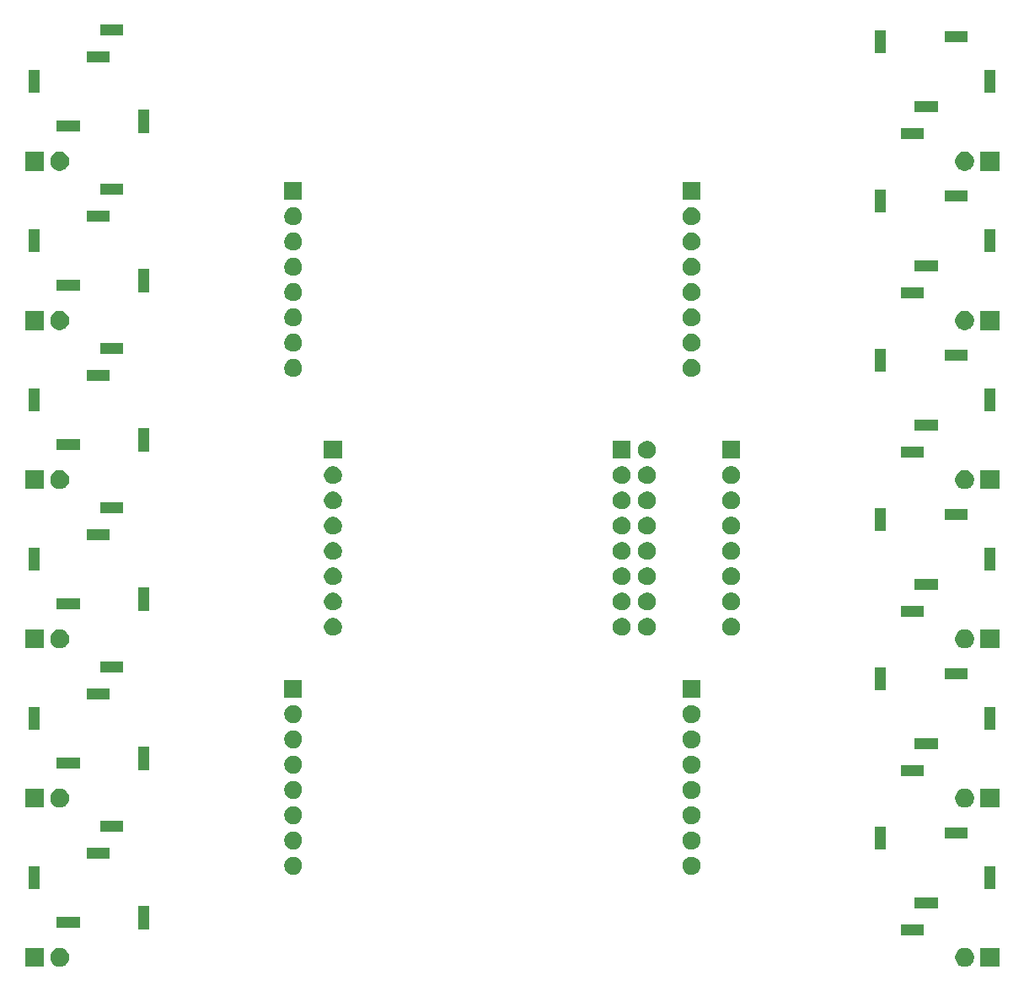
<source format=gbr>
G04 #@! TF.GenerationSoftware,KiCad,Pcbnew,(5.1.5)-3*
G04 #@! TF.CreationDate,2020-08-12T18:08:49-07:00*
G04 #@! TF.ProjectId,NOT,4e4f542e-6b69-4636-9164-5f7063625858,rev?*
G04 #@! TF.SameCoordinates,Original*
G04 #@! TF.FileFunction,Soldermask,Bot*
G04 #@! TF.FilePolarity,Negative*
%FSLAX46Y46*%
G04 Gerber Fmt 4.6, Leading zero omitted, Abs format (unit mm)*
G04 Created by KiCad (PCBNEW (5.1.5)-3) date 2020-08-12 18:08:49*
%MOMM*%
%LPD*%
G04 APERTURE LIST*
%ADD10C,0.100000*%
G04 APERTURE END LIST*
D10*
G36*
X4817395Y-94085546D02*
G01*
X4990466Y-94157234D01*
X4990467Y-94157235D01*
X5146227Y-94261310D01*
X5278690Y-94393773D01*
X5278691Y-94393775D01*
X5382766Y-94549534D01*
X5454454Y-94722605D01*
X5491000Y-94906333D01*
X5491000Y-95093667D01*
X5454454Y-95277395D01*
X5382766Y-95450466D01*
X5382765Y-95450467D01*
X5278690Y-95606227D01*
X5146227Y-95738690D01*
X5067818Y-95791081D01*
X4990466Y-95842766D01*
X4817395Y-95914454D01*
X4633667Y-95951000D01*
X4446333Y-95951000D01*
X4262605Y-95914454D01*
X4089534Y-95842766D01*
X4012182Y-95791081D01*
X3933773Y-95738690D01*
X3801310Y-95606227D01*
X3697235Y-95450467D01*
X3697234Y-95450466D01*
X3625546Y-95277395D01*
X3589000Y-95093667D01*
X3589000Y-94906333D01*
X3625546Y-94722605D01*
X3697234Y-94549534D01*
X3801309Y-94393775D01*
X3801310Y-94393773D01*
X3933773Y-94261310D01*
X4089533Y-94157235D01*
X4089534Y-94157234D01*
X4262605Y-94085546D01*
X4446333Y-94049000D01*
X4633667Y-94049000D01*
X4817395Y-94085546D01*
G37*
G36*
X95737395Y-94085546D02*
G01*
X95910466Y-94157234D01*
X95910467Y-94157235D01*
X96066227Y-94261310D01*
X96198690Y-94393773D01*
X96198691Y-94393775D01*
X96302766Y-94549534D01*
X96374454Y-94722605D01*
X96411000Y-94906333D01*
X96411000Y-95093667D01*
X96374454Y-95277395D01*
X96302766Y-95450466D01*
X96302765Y-95450467D01*
X96198690Y-95606227D01*
X96066227Y-95738690D01*
X95987818Y-95791081D01*
X95910466Y-95842766D01*
X95737395Y-95914454D01*
X95553667Y-95951000D01*
X95366333Y-95951000D01*
X95182605Y-95914454D01*
X95009534Y-95842766D01*
X94932182Y-95791081D01*
X94853773Y-95738690D01*
X94721310Y-95606227D01*
X94617235Y-95450467D01*
X94617234Y-95450466D01*
X94545546Y-95277395D01*
X94509000Y-95093667D01*
X94509000Y-94906333D01*
X94545546Y-94722605D01*
X94617234Y-94549534D01*
X94721309Y-94393775D01*
X94721310Y-94393773D01*
X94853773Y-94261310D01*
X95009533Y-94157235D01*
X95009534Y-94157234D01*
X95182605Y-94085546D01*
X95366333Y-94049000D01*
X95553667Y-94049000D01*
X95737395Y-94085546D01*
G37*
G36*
X98951000Y-95951000D02*
G01*
X97049000Y-95951000D01*
X97049000Y-94049000D01*
X98951000Y-94049000D01*
X98951000Y-95951000D01*
G37*
G36*
X2951000Y-95951000D02*
G01*
X1049000Y-95951000D01*
X1049000Y-94049000D01*
X2951000Y-94049000D01*
X2951000Y-95951000D01*
G37*
G36*
X91351000Y-92751000D02*
G01*
X89049000Y-92751000D01*
X89049000Y-91649000D01*
X91351000Y-91649000D01*
X91351000Y-92751000D01*
G37*
G36*
X13551000Y-92151000D02*
G01*
X12449000Y-92151000D01*
X12449000Y-89849000D01*
X13551000Y-89849000D01*
X13551000Y-92151000D01*
G37*
G36*
X6551000Y-92051000D02*
G01*
X4249000Y-92051000D01*
X4249000Y-90949000D01*
X6551000Y-90949000D01*
X6551000Y-92051000D01*
G37*
G36*
X92751000Y-90051000D02*
G01*
X90449000Y-90051000D01*
X90449000Y-88949000D01*
X92751000Y-88949000D01*
X92751000Y-90051000D01*
G37*
G36*
X2551000Y-88151000D02*
G01*
X1449000Y-88151000D01*
X1449000Y-85849000D01*
X2551000Y-85849000D01*
X2551000Y-88151000D01*
G37*
G36*
X98551000Y-88151000D02*
G01*
X97449000Y-88151000D01*
X97449000Y-85849000D01*
X98551000Y-85849000D01*
X98551000Y-88151000D01*
G37*
G36*
X68113512Y-84883927D02*
G01*
X68262812Y-84913624D01*
X68426784Y-84981544D01*
X68574354Y-85080147D01*
X68699853Y-85205646D01*
X68798456Y-85353216D01*
X68866376Y-85517188D01*
X68901000Y-85691259D01*
X68901000Y-85868741D01*
X68866376Y-86042812D01*
X68798456Y-86206784D01*
X68699853Y-86354354D01*
X68574354Y-86479853D01*
X68426784Y-86578456D01*
X68262812Y-86646376D01*
X68113512Y-86676073D01*
X68088742Y-86681000D01*
X67911258Y-86681000D01*
X67886488Y-86676073D01*
X67737188Y-86646376D01*
X67573216Y-86578456D01*
X67425646Y-86479853D01*
X67300147Y-86354354D01*
X67201544Y-86206784D01*
X67133624Y-86042812D01*
X67099000Y-85868741D01*
X67099000Y-85691259D01*
X67133624Y-85517188D01*
X67201544Y-85353216D01*
X67300147Y-85205646D01*
X67425646Y-85080147D01*
X67573216Y-84981544D01*
X67737188Y-84913624D01*
X67886488Y-84883927D01*
X67911258Y-84879000D01*
X68088742Y-84879000D01*
X68113512Y-84883927D01*
G37*
G36*
X28113512Y-84883927D02*
G01*
X28262812Y-84913624D01*
X28426784Y-84981544D01*
X28574354Y-85080147D01*
X28699853Y-85205646D01*
X28798456Y-85353216D01*
X28866376Y-85517188D01*
X28901000Y-85691259D01*
X28901000Y-85868741D01*
X28866376Y-86042812D01*
X28798456Y-86206784D01*
X28699853Y-86354354D01*
X28574354Y-86479853D01*
X28426784Y-86578456D01*
X28262812Y-86646376D01*
X28113512Y-86676073D01*
X28088742Y-86681000D01*
X27911258Y-86681000D01*
X27886488Y-86676073D01*
X27737188Y-86646376D01*
X27573216Y-86578456D01*
X27425646Y-86479853D01*
X27300147Y-86354354D01*
X27201544Y-86206784D01*
X27133624Y-86042812D01*
X27099000Y-85868741D01*
X27099000Y-85691259D01*
X27133624Y-85517188D01*
X27201544Y-85353216D01*
X27300147Y-85205646D01*
X27425646Y-85080147D01*
X27573216Y-84981544D01*
X27737188Y-84913624D01*
X27886488Y-84883927D01*
X27911258Y-84879000D01*
X28088742Y-84879000D01*
X28113512Y-84883927D01*
G37*
G36*
X9551000Y-85051000D02*
G01*
X7249000Y-85051000D01*
X7249000Y-83949000D01*
X9551000Y-83949000D01*
X9551000Y-85051000D01*
G37*
G36*
X87551000Y-84151000D02*
G01*
X86449000Y-84151000D01*
X86449000Y-81849000D01*
X87551000Y-81849000D01*
X87551000Y-84151000D01*
G37*
G36*
X28113512Y-82343927D02*
G01*
X28262812Y-82373624D01*
X28426784Y-82441544D01*
X28574354Y-82540147D01*
X28699853Y-82665646D01*
X28798456Y-82813216D01*
X28866376Y-82977188D01*
X28901000Y-83151259D01*
X28901000Y-83328741D01*
X28866376Y-83502812D01*
X28798456Y-83666784D01*
X28699853Y-83814354D01*
X28574354Y-83939853D01*
X28426784Y-84038456D01*
X28262812Y-84106376D01*
X28113512Y-84136073D01*
X28088742Y-84141000D01*
X27911258Y-84141000D01*
X27886488Y-84136073D01*
X27737188Y-84106376D01*
X27573216Y-84038456D01*
X27425646Y-83939853D01*
X27300147Y-83814354D01*
X27201544Y-83666784D01*
X27133624Y-83502812D01*
X27099000Y-83328741D01*
X27099000Y-83151259D01*
X27133624Y-82977188D01*
X27201544Y-82813216D01*
X27300147Y-82665646D01*
X27425646Y-82540147D01*
X27573216Y-82441544D01*
X27737188Y-82373624D01*
X27886488Y-82343927D01*
X27911258Y-82339000D01*
X28088742Y-82339000D01*
X28113512Y-82343927D01*
G37*
G36*
X68113512Y-82343927D02*
G01*
X68262812Y-82373624D01*
X68426784Y-82441544D01*
X68574354Y-82540147D01*
X68699853Y-82665646D01*
X68798456Y-82813216D01*
X68866376Y-82977188D01*
X68901000Y-83151259D01*
X68901000Y-83328741D01*
X68866376Y-83502812D01*
X68798456Y-83666784D01*
X68699853Y-83814354D01*
X68574354Y-83939853D01*
X68426784Y-84038456D01*
X68262812Y-84106376D01*
X68113512Y-84136073D01*
X68088742Y-84141000D01*
X67911258Y-84141000D01*
X67886488Y-84136073D01*
X67737188Y-84106376D01*
X67573216Y-84038456D01*
X67425646Y-83939853D01*
X67300147Y-83814354D01*
X67201544Y-83666784D01*
X67133624Y-83502812D01*
X67099000Y-83328741D01*
X67099000Y-83151259D01*
X67133624Y-82977188D01*
X67201544Y-82813216D01*
X67300147Y-82665646D01*
X67425646Y-82540147D01*
X67573216Y-82441544D01*
X67737188Y-82373624D01*
X67886488Y-82343927D01*
X67911258Y-82339000D01*
X68088742Y-82339000D01*
X68113512Y-82343927D01*
G37*
G36*
X95751000Y-83051000D02*
G01*
X93449000Y-83051000D01*
X93449000Y-81949000D01*
X95751000Y-81949000D01*
X95751000Y-83051000D01*
G37*
G36*
X10951000Y-82351000D02*
G01*
X8649000Y-82351000D01*
X8649000Y-81249000D01*
X10951000Y-81249000D01*
X10951000Y-82351000D01*
G37*
G36*
X28113512Y-79803927D02*
G01*
X28262812Y-79833624D01*
X28426784Y-79901544D01*
X28574354Y-80000147D01*
X28699853Y-80125646D01*
X28798456Y-80273216D01*
X28866376Y-80437188D01*
X28901000Y-80611259D01*
X28901000Y-80788741D01*
X28866376Y-80962812D01*
X28798456Y-81126784D01*
X28699853Y-81274354D01*
X28574354Y-81399853D01*
X28426784Y-81498456D01*
X28262812Y-81566376D01*
X28113512Y-81596073D01*
X28088742Y-81601000D01*
X27911258Y-81601000D01*
X27886488Y-81596073D01*
X27737188Y-81566376D01*
X27573216Y-81498456D01*
X27425646Y-81399853D01*
X27300147Y-81274354D01*
X27201544Y-81126784D01*
X27133624Y-80962812D01*
X27099000Y-80788741D01*
X27099000Y-80611259D01*
X27133624Y-80437188D01*
X27201544Y-80273216D01*
X27300147Y-80125646D01*
X27425646Y-80000147D01*
X27573216Y-79901544D01*
X27737188Y-79833624D01*
X27886488Y-79803927D01*
X27911258Y-79799000D01*
X28088742Y-79799000D01*
X28113512Y-79803927D01*
G37*
G36*
X68113512Y-79803927D02*
G01*
X68262812Y-79833624D01*
X68426784Y-79901544D01*
X68574354Y-80000147D01*
X68699853Y-80125646D01*
X68798456Y-80273216D01*
X68866376Y-80437188D01*
X68901000Y-80611259D01*
X68901000Y-80788741D01*
X68866376Y-80962812D01*
X68798456Y-81126784D01*
X68699853Y-81274354D01*
X68574354Y-81399853D01*
X68426784Y-81498456D01*
X68262812Y-81566376D01*
X68113512Y-81596073D01*
X68088742Y-81601000D01*
X67911258Y-81601000D01*
X67886488Y-81596073D01*
X67737188Y-81566376D01*
X67573216Y-81498456D01*
X67425646Y-81399853D01*
X67300147Y-81274354D01*
X67201544Y-81126784D01*
X67133624Y-80962812D01*
X67099000Y-80788741D01*
X67099000Y-80611259D01*
X67133624Y-80437188D01*
X67201544Y-80273216D01*
X67300147Y-80125646D01*
X67425646Y-80000147D01*
X67573216Y-79901544D01*
X67737188Y-79833624D01*
X67886488Y-79803927D01*
X67911258Y-79799000D01*
X68088742Y-79799000D01*
X68113512Y-79803927D01*
G37*
G36*
X2951000Y-79951000D02*
G01*
X1049000Y-79951000D01*
X1049000Y-78049000D01*
X2951000Y-78049000D01*
X2951000Y-79951000D01*
G37*
G36*
X98951000Y-79951000D02*
G01*
X97049000Y-79951000D01*
X97049000Y-78049000D01*
X98951000Y-78049000D01*
X98951000Y-79951000D01*
G37*
G36*
X95737395Y-78085546D02*
G01*
X95910466Y-78157234D01*
X95910467Y-78157235D01*
X96066227Y-78261310D01*
X96198690Y-78393773D01*
X96198691Y-78393775D01*
X96302766Y-78549534D01*
X96374454Y-78722605D01*
X96411000Y-78906333D01*
X96411000Y-79093667D01*
X96374454Y-79277395D01*
X96302766Y-79450466D01*
X96302765Y-79450467D01*
X96198690Y-79606227D01*
X96066227Y-79738690D01*
X95987818Y-79791081D01*
X95910466Y-79842766D01*
X95737395Y-79914454D01*
X95553667Y-79951000D01*
X95366333Y-79951000D01*
X95182605Y-79914454D01*
X95009534Y-79842766D01*
X94932182Y-79791081D01*
X94853773Y-79738690D01*
X94721310Y-79606227D01*
X94617235Y-79450467D01*
X94617234Y-79450466D01*
X94545546Y-79277395D01*
X94509000Y-79093667D01*
X94509000Y-78906333D01*
X94545546Y-78722605D01*
X94617234Y-78549534D01*
X94721309Y-78393775D01*
X94721310Y-78393773D01*
X94853773Y-78261310D01*
X95009533Y-78157235D01*
X95009534Y-78157234D01*
X95182605Y-78085546D01*
X95366333Y-78049000D01*
X95553667Y-78049000D01*
X95737395Y-78085546D01*
G37*
G36*
X4817395Y-78085546D02*
G01*
X4990466Y-78157234D01*
X4990467Y-78157235D01*
X5146227Y-78261310D01*
X5278690Y-78393773D01*
X5278691Y-78393775D01*
X5382766Y-78549534D01*
X5454454Y-78722605D01*
X5491000Y-78906333D01*
X5491000Y-79093667D01*
X5454454Y-79277395D01*
X5382766Y-79450466D01*
X5382765Y-79450467D01*
X5278690Y-79606227D01*
X5146227Y-79738690D01*
X5067818Y-79791081D01*
X4990466Y-79842766D01*
X4817395Y-79914454D01*
X4633667Y-79951000D01*
X4446333Y-79951000D01*
X4262605Y-79914454D01*
X4089534Y-79842766D01*
X4012182Y-79791081D01*
X3933773Y-79738690D01*
X3801310Y-79606227D01*
X3697235Y-79450467D01*
X3697234Y-79450466D01*
X3625546Y-79277395D01*
X3589000Y-79093667D01*
X3589000Y-78906333D01*
X3625546Y-78722605D01*
X3697234Y-78549534D01*
X3801309Y-78393775D01*
X3801310Y-78393773D01*
X3933773Y-78261310D01*
X4089533Y-78157235D01*
X4089534Y-78157234D01*
X4262605Y-78085546D01*
X4446333Y-78049000D01*
X4633667Y-78049000D01*
X4817395Y-78085546D01*
G37*
G36*
X68113512Y-77263927D02*
G01*
X68262812Y-77293624D01*
X68426784Y-77361544D01*
X68574354Y-77460147D01*
X68699853Y-77585646D01*
X68798456Y-77733216D01*
X68866376Y-77897188D01*
X68901000Y-78071259D01*
X68901000Y-78248741D01*
X68866376Y-78422812D01*
X68798456Y-78586784D01*
X68699853Y-78734354D01*
X68574354Y-78859853D01*
X68426784Y-78958456D01*
X68262812Y-79026376D01*
X68113512Y-79056073D01*
X68088742Y-79061000D01*
X67911258Y-79061000D01*
X67886488Y-79056073D01*
X67737188Y-79026376D01*
X67573216Y-78958456D01*
X67425646Y-78859853D01*
X67300147Y-78734354D01*
X67201544Y-78586784D01*
X67133624Y-78422812D01*
X67099000Y-78248741D01*
X67099000Y-78071259D01*
X67133624Y-77897188D01*
X67201544Y-77733216D01*
X67300147Y-77585646D01*
X67425646Y-77460147D01*
X67573216Y-77361544D01*
X67737188Y-77293624D01*
X67886488Y-77263927D01*
X67911258Y-77259000D01*
X68088742Y-77259000D01*
X68113512Y-77263927D01*
G37*
G36*
X28113512Y-77263927D02*
G01*
X28262812Y-77293624D01*
X28426784Y-77361544D01*
X28574354Y-77460147D01*
X28699853Y-77585646D01*
X28798456Y-77733216D01*
X28866376Y-77897188D01*
X28901000Y-78071259D01*
X28901000Y-78248741D01*
X28866376Y-78422812D01*
X28798456Y-78586784D01*
X28699853Y-78734354D01*
X28574354Y-78859853D01*
X28426784Y-78958456D01*
X28262812Y-79026376D01*
X28113512Y-79056073D01*
X28088742Y-79061000D01*
X27911258Y-79061000D01*
X27886488Y-79056073D01*
X27737188Y-79026376D01*
X27573216Y-78958456D01*
X27425646Y-78859853D01*
X27300147Y-78734354D01*
X27201544Y-78586784D01*
X27133624Y-78422812D01*
X27099000Y-78248741D01*
X27099000Y-78071259D01*
X27133624Y-77897188D01*
X27201544Y-77733216D01*
X27300147Y-77585646D01*
X27425646Y-77460147D01*
X27573216Y-77361544D01*
X27737188Y-77293624D01*
X27886488Y-77263927D01*
X27911258Y-77259000D01*
X28088742Y-77259000D01*
X28113512Y-77263927D01*
G37*
G36*
X91351000Y-76751000D02*
G01*
X89049000Y-76751000D01*
X89049000Y-75649000D01*
X91351000Y-75649000D01*
X91351000Y-76751000D01*
G37*
G36*
X68113512Y-74723927D02*
G01*
X68262812Y-74753624D01*
X68426784Y-74821544D01*
X68574354Y-74920147D01*
X68699853Y-75045646D01*
X68798456Y-75193216D01*
X68866376Y-75357188D01*
X68901000Y-75531259D01*
X68901000Y-75708741D01*
X68866376Y-75882812D01*
X68798456Y-76046784D01*
X68699853Y-76194354D01*
X68574354Y-76319853D01*
X68426784Y-76418456D01*
X68262812Y-76486376D01*
X68113512Y-76516073D01*
X68088742Y-76521000D01*
X67911258Y-76521000D01*
X67886488Y-76516073D01*
X67737188Y-76486376D01*
X67573216Y-76418456D01*
X67425646Y-76319853D01*
X67300147Y-76194354D01*
X67201544Y-76046784D01*
X67133624Y-75882812D01*
X67099000Y-75708741D01*
X67099000Y-75531259D01*
X67133624Y-75357188D01*
X67201544Y-75193216D01*
X67300147Y-75045646D01*
X67425646Y-74920147D01*
X67573216Y-74821544D01*
X67737188Y-74753624D01*
X67886488Y-74723927D01*
X67911258Y-74719000D01*
X68088742Y-74719000D01*
X68113512Y-74723927D01*
G37*
G36*
X28113512Y-74723927D02*
G01*
X28262812Y-74753624D01*
X28426784Y-74821544D01*
X28574354Y-74920147D01*
X28699853Y-75045646D01*
X28798456Y-75193216D01*
X28866376Y-75357188D01*
X28901000Y-75531259D01*
X28901000Y-75708741D01*
X28866376Y-75882812D01*
X28798456Y-76046784D01*
X28699853Y-76194354D01*
X28574354Y-76319853D01*
X28426784Y-76418456D01*
X28262812Y-76486376D01*
X28113512Y-76516073D01*
X28088742Y-76521000D01*
X27911258Y-76521000D01*
X27886488Y-76516073D01*
X27737188Y-76486376D01*
X27573216Y-76418456D01*
X27425646Y-76319853D01*
X27300147Y-76194354D01*
X27201544Y-76046784D01*
X27133624Y-75882812D01*
X27099000Y-75708741D01*
X27099000Y-75531259D01*
X27133624Y-75357188D01*
X27201544Y-75193216D01*
X27300147Y-75045646D01*
X27425646Y-74920147D01*
X27573216Y-74821544D01*
X27737188Y-74753624D01*
X27886488Y-74723927D01*
X27911258Y-74719000D01*
X28088742Y-74719000D01*
X28113512Y-74723927D01*
G37*
G36*
X13551000Y-76151000D02*
G01*
X12449000Y-76151000D01*
X12449000Y-73849000D01*
X13551000Y-73849000D01*
X13551000Y-76151000D01*
G37*
G36*
X6551000Y-76051000D02*
G01*
X4249000Y-76051000D01*
X4249000Y-74949000D01*
X6551000Y-74949000D01*
X6551000Y-76051000D01*
G37*
G36*
X92751000Y-74051000D02*
G01*
X90449000Y-74051000D01*
X90449000Y-72949000D01*
X92751000Y-72949000D01*
X92751000Y-74051000D01*
G37*
G36*
X28113512Y-72183927D02*
G01*
X28262812Y-72213624D01*
X28426784Y-72281544D01*
X28574354Y-72380147D01*
X28699853Y-72505646D01*
X28798456Y-72653216D01*
X28866376Y-72817188D01*
X28901000Y-72991259D01*
X28901000Y-73168741D01*
X28866376Y-73342812D01*
X28798456Y-73506784D01*
X28699853Y-73654354D01*
X28574354Y-73779853D01*
X28426784Y-73878456D01*
X28262812Y-73946376D01*
X28113512Y-73976073D01*
X28088742Y-73981000D01*
X27911258Y-73981000D01*
X27886488Y-73976073D01*
X27737188Y-73946376D01*
X27573216Y-73878456D01*
X27425646Y-73779853D01*
X27300147Y-73654354D01*
X27201544Y-73506784D01*
X27133624Y-73342812D01*
X27099000Y-73168741D01*
X27099000Y-72991259D01*
X27133624Y-72817188D01*
X27201544Y-72653216D01*
X27300147Y-72505646D01*
X27425646Y-72380147D01*
X27573216Y-72281544D01*
X27737188Y-72213624D01*
X27886488Y-72183927D01*
X27911258Y-72179000D01*
X28088742Y-72179000D01*
X28113512Y-72183927D01*
G37*
G36*
X68113512Y-72183927D02*
G01*
X68262812Y-72213624D01*
X68426784Y-72281544D01*
X68574354Y-72380147D01*
X68699853Y-72505646D01*
X68798456Y-72653216D01*
X68866376Y-72817188D01*
X68901000Y-72991259D01*
X68901000Y-73168741D01*
X68866376Y-73342812D01*
X68798456Y-73506784D01*
X68699853Y-73654354D01*
X68574354Y-73779853D01*
X68426784Y-73878456D01*
X68262812Y-73946376D01*
X68113512Y-73976073D01*
X68088742Y-73981000D01*
X67911258Y-73981000D01*
X67886488Y-73976073D01*
X67737188Y-73946376D01*
X67573216Y-73878456D01*
X67425646Y-73779853D01*
X67300147Y-73654354D01*
X67201544Y-73506784D01*
X67133624Y-73342812D01*
X67099000Y-73168741D01*
X67099000Y-72991259D01*
X67133624Y-72817188D01*
X67201544Y-72653216D01*
X67300147Y-72505646D01*
X67425646Y-72380147D01*
X67573216Y-72281544D01*
X67737188Y-72213624D01*
X67886488Y-72183927D01*
X67911258Y-72179000D01*
X68088742Y-72179000D01*
X68113512Y-72183927D01*
G37*
G36*
X2551000Y-72151000D02*
G01*
X1449000Y-72151000D01*
X1449000Y-69849000D01*
X2551000Y-69849000D01*
X2551000Y-72151000D01*
G37*
G36*
X98551000Y-72151000D02*
G01*
X97449000Y-72151000D01*
X97449000Y-69849000D01*
X98551000Y-69849000D01*
X98551000Y-72151000D01*
G37*
G36*
X28113512Y-69643927D02*
G01*
X28262812Y-69673624D01*
X28426784Y-69741544D01*
X28574354Y-69840147D01*
X28699853Y-69965646D01*
X28798456Y-70113216D01*
X28866376Y-70277188D01*
X28901000Y-70451259D01*
X28901000Y-70628741D01*
X28866376Y-70802812D01*
X28798456Y-70966784D01*
X28699853Y-71114354D01*
X28574354Y-71239853D01*
X28426784Y-71338456D01*
X28262812Y-71406376D01*
X28113512Y-71436073D01*
X28088742Y-71441000D01*
X27911258Y-71441000D01*
X27886488Y-71436073D01*
X27737188Y-71406376D01*
X27573216Y-71338456D01*
X27425646Y-71239853D01*
X27300147Y-71114354D01*
X27201544Y-70966784D01*
X27133624Y-70802812D01*
X27099000Y-70628741D01*
X27099000Y-70451259D01*
X27133624Y-70277188D01*
X27201544Y-70113216D01*
X27300147Y-69965646D01*
X27425646Y-69840147D01*
X27573216Y-69741544D01*
X27737188Y-69673624D01*
X27886488Y-69643927D01*
X27911258Y-69639000D01*
X28088742Y-69639000D01*
X28113512Y-69643927D01*
G37*
G36*
X68113512Y-69643927D02*
G01*
X68262812Y-69673624D01*
X68426784Y-69741544D01*
X68574354Y-69840147D01*
X68699853Y-69965646D01*
X68798456Y-70113216D01*
X68866376Y-70277188D01*
X68901000Y-70451259D01*
X68901000Y-70628741D01*
X68866376Y-70802812D01*
X68798456Y-70966784D01*
X68699853Y-71114354D01*
X68574354Y-71239853D01*
X68426784Y-71338456D01*
X68262812Y-71406376D01*
X68113512Y-71436073D01*
X68088742Y-71441000D01*
X67911258Y-71441000D01*
X67886488Y-71436073D01*
X67737188Y-71406376D01*
X67573216Y-71338456D01*
X67425646Y-71239853D01*
X67300147Y-71114354D01*
X67201544Y-70966784D01*
X67133624Y-70802812D01*
X67099000Y-70628741D01*
X67099000Y-70451259D01*
X67133624Y-70277188D01*
X67201544Y-70113216D01*
X67300147Y-69965646D01*
X67425646Y-69840147D01*
X67573216Y-69741544D01*
X67737188Y-69673624D01*
X67886488Y-69643927D01*
X67911258Y-69639000D01*
X68088742Y-69639000D01*
X68113512Y-69643927D01*
G37*
G36*
X9551000Y-69051000D02*
G01*
X7249000Y-69051000D01*
X7249000Y-67949000D01*
X9551000Y-67949000D01*
X9551000Y-69051000D01*
G37*
G36*
X68901000Y-68901000D02*
G01*
X67099000Y-68901000D01*
X67099000Y-67099000D01*
X68901000Y-67099000D01*
X68901000Y-68901000D01*
G37*
G36*
X28901000Y-68901000D02*
G01*
X27099000Y-68901000D01*
X27099000Y-67099000D01*
X28901000Y-67099000D01*
X28901000Y-68901000D01*
G37*
G36*
X87551000Y-68151000D02*
G01*
X86449000Y-68151000D01*
X86449000Y-65849000D01*
X87551000Y-65849000D01*
X87551000Y-68151000D01*
G37*
G36*
X95751000Y-67051000D02*
G01*
X93449000Y-67051000D01*
X93449000Y-65949000D01*
X95751000Y-65949000D01*
X95751000Y-67051000D01*
G37*
G36*
X10951000Y-66351000D02*
G01*
X8649000Y-66351000D01*
X8649000Y-65249000D01*
X10951000Y-65249000D01*
X10951000Y-66351000D01*
G37*
G36*
X2951000Y-63951000D02*
G01*
X1049000Y-63951000D01*
X1049000Y-62049000D01*
X2951000Y-62049000D01*
X2951000Y-63951000D01*
G37*
G36*
X4817395Y-62085546D02*
G01*
X4990466Y-62157234D01*
X4990467Y-62157235D01*
X5146227Y-62261310D01*
X5278690Y-62393773D01*
X5278691Y-62393775D01*
X5382766Y-62549534D01*
X5454454Y-62722605D01*
X5491000Y-62906333D01*
X5491000Y-63093667D01*
X5454454Y-63277395D01*
X5382766Y-63450466D01*
X5382765Y-63450467D01*
X5278690Y-63606227D01*
X5146227Y-63738690D01*
X5067818Y-63791081D01*
X4990466Y-63842766D01*
X4817395Y-63914454D01*
X4633667Y-63951000D01*
X4446333Y-63951000D01*
X4262605Y-63914454D01*
X4089534Y-63842766D01*
X4012182Y-63791081D01*
X3933773Y-63738690D01*
X3801310Y-63606227D01*
X3697235Y-63450467D01*
X3697234Y-63450466D01*
X3625546Y-63277395D01*
X3589000Y-63093667D01*
X3589000Y-62906333D01*
X3625546Y-62722605D01*
X3697234Y-62549534D01*
X3801309Y-62393775D01*
X3801310Y-62393773D01*
X3933773Y-62261310D01*
X4089533Y-62157235D01*
X4089534Y-62157234D01*
X4262605Y-62085546D01*
X4446333Y-62049000D01*
X4633667Y-62049000D01*
X4817395Y-62085546D01*
G37*
G36*
X98951000Y-63951000D02*
G01*
X97049000Y-63951000D01*
X97049000Y-62049000D01*
X98951000Y-62049000D01*
X98951000Y-63951000D01*
G37*
G36*
X95737395Y-62085546D02*
G01*
X95910466Y-62157234D01*
X95910467Y-62157235D01*
X96066227Y-62261310D01*
X96198690Y-62393773D01*
X96198691Y-62393775D01*
X96302766Y-62549534D01*
X96374454Y-62722605D01*
X96411000Y-62906333D01*
X96411000Y-63093667D01*
X96374454Y-63277395D01*
X96302766Y-63450466D01*
X96302765Y-63450467D01*
X96198690Y-63606227D01*
X96066227Y-63738690D01*
X95987818Y-63791081D01*
X95910466Y-63842766D01*
X95737395Y-63914454D01*
X95553667Y-63951000D01*
X95366333Y-63951000D01*
X95182605Y-63914454D01*
X95009534Y-63842766D01*
X94932182Y-63791081D01*
X94853773Y-63738690D01*
X94721310Y-63606227D01*
X94617235Y-63450467D01*
X94617234Y-63450466D01*
X94545546Y-63277395D01*
X94509000Y-63093667D01*
X94509000Y-62906333D01*
X94545546Y-62722605D01*
X94617234Y-62549534D01*
X94721309Y-62393775D01*
X94721310Y-62393773D01*
X94853773Y-62261310D01*
X95009533Y-62157235D01*
X95009534Y-62157234D01*
X95182605Y-62085546D01*
X95366333Y-62049000D01*
X95553667Y-62049000D01*
X95737395Y-62085546D01*
G37*
G36*
X32113512Y-60883927D02*
G01*
X32262812Y-60913624D01*
X32426784Y-60981544D01*
X32574354Y-61080147D01*
X32699853Y-61205646D01*
X32798456Y-61353216D01*
X32866376Y-61517188D01*
X32901000Y-61691259D01*
X32901000Y-61868741D01*
X32866376Y-62042812D01*
X32798456Y-62206784D01*
X32699853Y-62354354D01*
X32574354Y-62479853D01*
X32426784Y-62578456D01*
X32262812Y-62646376D01*
X32113512Y-62676073D01*
X32088742Y-62681000D01*
X31911258Y-62681000D01*
X31886488Y-62676073D01*
X31737188Y-62646376D01*
X31573216Y-62578456D01*
X31425646Y-62479853D01*
X31300147Y-62354354D01*
X31201544Y-62206784D01*
X31133624Y-62042812D01*
X31099000Y-61868741D01*
X31099000Y-61691259D01*
X31133624Y-61517188D01*
X31201544Y-61353216D01*
X31300147Y-61205646D01*
X31425646Y-61080147D01*
X31573216Y-60981544D01*
X31737188Y-60913624D01*
X31886488Y-60883927D01*
X31911258Y-60879000D01*
X32088742Y-60879000D01*
X32113512Y-60883927D01*
G37*
G36*
X61113512Y-60883927D02*
G01*
X61262812Y-60913624D01*
X61426784Y-60981544D01*
X61574354Y-61080147D01*
X61699853Y-61205646D01*
X61798456Y-61353216D01*
X61866376Y-61517188D01*
X61901000Y-61691259D01*
X61901000Y-61868741D01*
X61866376Y-62042812D01*
X61798456Y-62206784D01*
X61699853Y-62354354D01*
X61574354Y-62479853D01*
X61426784Y-62578456D01*
X61262812Y-62646376D01*
X61113512Y-62676073D01*
X61088742Y-62681000D01*
X60911258Y-62681000D01*
X60886488Y-62676073D01*
X60737188Y-62646376D01*
X60573216Y-62578456D01*
X60425646Y-62479853D01*
X60300147Y-62354354D01*
X60201544Y-62206784D01*
X60133624Y-62042812D01*
X60099000Y-61868741D01*
X60099000Y-61691259D01*
X60133624Y-61517188D01*
X60201544Y-61353216D01*
X60300147Y-61205646D01*
X60425646Y-61080147D01*
X60573216Y-60981544D01*
X60737188Y-60913624D01*
X60886488Y-60883927D01*
X60911258Y-60879000D01*
X61088742Y-60879000D01*
X61113512Y-60883927D01*
G37*
G36*
X63653512Y-60883927D02*
G01*
X63802812Y-60913624D01*
X63966784Y-60981544D01*
X64114354Y-61080147D01*
X64239853Y-61205646D01*
X64338456Y-61353216D01*
X64406376Y-61517188D01*
X64441000Y-61691259D01*
X64441000Y-61868741D01*
X64406376Y-62042812D01*
X64338456Y-62206784D01*
X64239853Y-62354354D01*
X64114354Y-62479853D01*
X63966784Y-62578456D01*
X63802812Y-62646376D01*
X63653512Y-62676073D01*
X63628742Y-62681000D01*
X63451258Y-62681000D01*
X63426488Y-62676073D01*
X63277188Y-62646376D01*
X63113216Y-62578456D01*
X62965646Y-62479853D01*
X62840147Y-62354354D01*
X62741544Y-62206784D01*
X62673624Y-62042812D01*
X62639000Y-61868741D01*
X62639000Y-61691259D01*
X62673624Y-61517188D01*
X62741544Y-61353216D01*
X62840147Y-61205646D01*
X62965646Y-61080147D01*
X63113216Y-60981544D01*
X63277188Y-60913624D01*
X63426488Y-60883927D01*
X63451258Y-60879000D01*
X63628742Y-60879000D01*
X63653512Y-60883927D01*
G37*
G36*
X72113512Y-60883927D02*
G01*
X72262812Y-60913624D01*
X72426784Y-60981544D01*
X72574354Y-61080147D01*
X72699853Y-61205646D01*
X72798456Y-61353216D01*
X72866376Y-61517188D01*
X72901000Y-61691259D01*
X72901000Y-61868741D01*
X72866376Y-62042812D01*
X72798456Y-62206784D01*
X72699853Y-62354354D01*
X72574354Y-62479853D01*
X72426784Y-62578456D01*
X72262812Y-62646376D01*
X72113512Y-62676073D01*
X72088742Y-62681000D01*
X71911258Y-62681000D01*
X71886488Y-62676073D01*
X71737188Y-62646376D01*
X71573216Y-62578456D01*
X71425646Y-62479853D01*
X71300147Y-62354354D01*
X71201544Y-62206784D01*
X71133624Y-62042812D01*
X71099000Y-61868741D01*
X71099000Y-61691259D01*
X71133624Y-61517188D01*
X71201544Y-61353216D01*
X71300147Y-61205646D01*
X71425646Y-61080147D01*
X71573216Y-60981544D01*
X71737188Y-60913624D01*
X71886488Y-60883927D01*
X71911258Y-60879000D01*
X72088742Y-60879000D01*
X72113512Y-60883927D01*
G37*
G36*
X91351000Y-60751000D02*
G01*
X89049000Y-60751000D01*
X89049000Y-59649000D01*
X91351000Y-59649000D01*
X91351000Y-60751000D01*
G37*
G36*
X13551000Y-60151000D02*
G01*
X12449000Y-60151000D01*
X12449000Y-57849000D01*
X13551000Y-57849000D01*
X13551000Y-60151000D01*
G37*
G36*
X72113512Y-58343927D02*
G01*
X72262812Y-58373624D01*
X72426784Y-58441544D01*
X72574354Y-58540147D01*
X72699853Y-58665646D01*
X72798456Y-58813216D01*
X72866376Y-58977188D01*
X72901000Y-59151259D01*
X72901000Y-59328741D01*
X72866376Y-59502812D01*
X72798456Y-59666784D01*
X72699853Y-59814354D01*
X72574354Y-59939853D01*
X72426784Y-60038456D01*
X72262812Y-60106376D01*
X72113512Y-60136073D01*
X72088742Y-60141000D01*
X71911258Y-60141000D01*
X71886488Y-60136073D01*
X71737188Y-60106376D01*
X71573216Y-60038456D01*
X71425646Y-59939853D01*
X71300147Y-59814354D01*
X71201544Y-59666784D01*
X71133624Y-59502812D01*
X71099000Y-59328741D01*
X71099000Y-59151259D01*
X71133624Y-58977188D01*
X71201544Y-58813216D01*
X71300147Y-58665646D01*
X71425646Y-58540147D01*
X71573216Y-58441544D01*
X71737188Y-58373624D01*
X71886488Y-58343927D01*
X71911258Y-58339000D01*
X72088742Y-58339000D01*
X72113512Y-58343927D01*
G37*
G36*
X61113512Y-58343927D02*
G01*
X61262812Y-58373624D01*
X61426784Y-58441544D01*
X61574354Y-58540147D01*
X61699853Y-58665646D01*
X61798456Y-58813216D01*
X61866376Y-58977188D01*
X61901000Y-59151259D01*
X61901000Y-59328741D01*
X61866376Y-59502812D01*
X61798456Y-59666784D01*
X61699853Y-59814354D01*
X61574354Y-59939853D01*
X61426784Y-60038456D01*
X61262812Y-60106376D01*
X61113512Y-60136073D01*
X61088742Y-60141000D01*
X60911258Y-60141000D01*
X60886488Y-60136073D01*
X60737188Y-60106376D01*
X60573216Y-60038456D01*
X60425646Y-59939853D01*
X60300147Y-59814354D01*
X60201544Y-59666784D01*
X60133624Y-59502812D01*
X60099000Y-59328741D01*
X60099000Y-59151259D01*
X60133624Y-58977188D01*
X60201544Y-58813216D01*
X60300147Y-58665646D01*
X60425646Y-58540147D01*
X60573216Y-58441544D01*
X60737188Y-58373624D01*
X60886488Y-58343927D01*
X60911258Y-58339000D01*
X61088742Y-58339000D01*
X61113512Y-58343927D01*
G37*
G36*
X63653512Y-58343927D02*
G01*
X63802812Y-58373624D01*
X63966784Y-58441544D01*
X64114354Y-58540147D01*
X64239853Y-58665646D01*
X64338456Y-58813216D01*
X64406376Y-58977188D01*
X64441000Y-59151259D01*
X64441000Y-59328741D01*
X64406376Y-59502812D01*
X64338456Y-59666784D01*
X64239853Y-59814354D01*
X64114354Y-59939853D01*
X63966784Y-60038456D01*
X63802812Y-60106376D01*
X63653512Y-60136073D01*
X63628742Y-60141000D01*
X63451258Y-60141000D01*
X63426488Y-60136073D01*
X63277188Y-60106376D01*
X63113216Y-60038456D01*
X62965646Y-59939853D01*
X62840147Y-59814354D01*
X62741544Y-59666784D01*
X62673624Y-59502812D01*
X62639000Y-59328741D01*
X62639000Y-59151259D01*
X62673624Y-58977188D01*
X62741544Y-58813216D01*
X62840147Y-58665646D01*
X62965646Y-58540147D01*
X63113216Y-58441544D01*
X63277188Y-58373624D01*
X63426488Y-58343927D01*
X63451258Y-58339000D01*
X63628742Y-58339000D01*
X63653512Y-58343927D01*
G37*
G36*
X32113512Y-58343927D02*
G01*
X32262812Y-58373624D01*
X32426784Y-58441544D01*
X32574354Y-58540147D01*
X32699853Y-58665646D01*
X32798456Y-58813216D01*
X32866376Y-58977188D01*
X32901000Y-59151259D01*
X32901000Y-59328741D01*
X32866376Y-59502812D01*
X32798456Y-59666784D01*
X32699853Y-59814354D01*
X32574354Y-59939853D01*
X32426784Y-60038456D01*
X32262812Y-60106376D01*
X32113512Y-60136073D01*
X32088742Y-60141000D01*
X31911258Y-60141000D01*
X31886488Y-60136073D01*
X31737188Y-60106376D01*
X31573216Y-60038456D01*
X31425646Y-59939853D01*
X31300147Y-59814354D01*
X31201544Y-59666784D01*
X31133624Y-59502812D01*
X31099000Y-59328741D01*
X31099000Y-59151259D01*
X31133624Y-58977188D01*
X31201544Y-58813216D01*
X31300147Y-58665646D01*
X31425646Y-58540147D01*
X31573216Y-58441544D01*
X31737188Y-58373624D01*
X31886488Y-58343927D01*
X31911258Y-58339000D01*
X32088742Y-58339000D01*
X32113512Y-58343927D01*
G37*
G36*
X6551000Y-60051000D02*
G01*
X4249000Y-60051000D01*
X4249000Y-58949000D01*
X6551000Y-58949000D01*
X6551000Y-60051000D01*
G37*
G36*
X92751000Y-58051000D02*
G01*
X90449000Y-58051000D01*
X90449000Y-56949000D01*
X92751000Y-56949000D01*
X92751000Y-58051000D01*
G37*
G36*
X63653512Y-55803927D02*
G01*
X63802812Y-55833624D01*
X63966784Y-55901544D01*
X64114354Y-56000147D01*
X64239853Y-56125646D01*
X64338456Y-56273216D01*
X64406376Y-56437188D01*
X64441000Y-56611259D01*
X64441000Y-56788741D01*
X64406376Y-56962812D01*
X64338456Y-57126784D01*
X64239853Y-57274354D01*
X64114354Y-57399853D01*
X63966784Y-57498456D01*
X63802812Y-57566376D01*
X63653512Y-57596073D01*
X63628742Y-57601000D01*
X63451258Y-57601000D01*
X63426488Y-57596073D01*
X63277188Y-57566376D01*
X63113216Y-57498456D01*
X62965646Y-57399853D01*
X62840147Y-57274354D01*
X62741544Y-57126784D01*
X62673624Y-56962812D01*
X62639000Y-56788741D01*
X62639000Y-56611259D01*
X62673624Y-56437188D01*
X62741544Y-56273216D01*
X62840147Y-56125646D01*
X62965646Y-56000147D01*
X63113216Y-55901544D01*
X63277188Y-55833624D01*
X63426488Y-55803927D01*
X63451258Y-55799000D01*
X63628742Y-55799000D01*
X63653512Y-55803927D01*
G37*
G36*
X61113512Y-55803927D02*
G01*
X61262812Y-55833624D01*
X61426784Y-55901544D01*
X61574354Y-56000147D01*
X61699853Y-56125646D01*
X61798456Y-56273216D01*
X61866376Y-56437188D01*
X61901000Y-56611259D01*
X61901000Y-56788741D01*
X61866376Y-56962812D01*
X61798456Y-57126784D01*
X61699853Y-57274354D01*
X61574354Y-57399853D01*
X61426784Y-57498456D01*
X61262812Y-57566376D01*
X61113512Y-57596073D01*
X61088742Y-57601000D01*
X60911258Y-57601000D01*
X60886488Y-57596073D01*
X60737188Y-57566376D01*
X60573216Y-57498456D01*
X60425646Y-57399853D01*
X60300147Y-57274354D01*
X60201544Y-57126784D01*
X60133624Y-56962812D01*
X60099000Y-56788741D01*
X60099000Y-56611259D01*
X60133624Y-56437188D01*
X60201544Y-56273216D01*
X60300147Y-56125646D01*
X60425646Y-56000147D01*
X60573216Y-55901544D01*
X60737188Y-55833624D01*
X60886488Y-55803927D01*
X60911258Y-55799000D01*
X61088742Y-55799000D01*
X61113512Y-55803927D01*
G37*
G36*
X32113512Y-55803927D02*
G01*
X32262812Y-55833624D01*
X32426784Y-55901544D01*
X32574354Y-56000147D01*
X32699853Y-56125646D01*
X32798456Y-56273216D01*
X32866376Y-56437188D01*
X32901000Y-56611259D01*
X32901000Y-56788741D01*
X32866376Y-56962812D01*
X32798456Y-57126784D01*
X32699853Y-57274354D01*
X32574354Y-57399853D01*
X32426784Y-57498456D01*
X32262812Y-57566376D01*
X32113512Y-57596073D01*
X32088742Y-57601000D01*
X31911258Y-57601000D01*
X31886488Y-57596073D01*
X31737188Y-57566376D01*
X31573216Y-57498456D01*
X31425646Y-57399853D01*
X31300147Y-57274354D01*
X31201544Y-57126784D01*
X31133624Y-56962812D01*
X31099000Y-56788741D01*
X31099000Y-56611259D01*
X31133624Y-56437188D01*
X31201544Y-56273216D01*
X31300147Y-56125646D01*
X31425646Y-56000147D01*
X31573216Y-55901544D01*
X31737188Y-55833624D01*
X31886488Y-55803927D01*
X31911258Y-55799000D01*
X32088742Y-55799000D01*
X32113512Y-55803927D01*
G37*
G36*
X72113512Y-55803927D02*
G01*
X72262812Y-55833624D01*
X72426784Y-55901544D01*
X72574354Y-56000147D01*
X72699853Y-56125646D01*
X72798456Y-56273216D01*
X72866376Y-56437188D01*
X72901000Y-56611259D01*
X72901000Y-56788741D01*
X72866376Y-56962812D01*
X72798456Y-57126784D01*
X72699853Y-57274354D01*
X72574354Y-57399853D01*
X72426784Y-57498456D01*
X72262812Y-57566376D01*
X72113512Y-57596073D01*
X72088742Y-57601000D01*
X71911258Y-57601000D01*
X71886488Y-57596073D01*
X71737188Y-57566376D01*
X71573216Y-57498456D01*
X71425646Y-57399853D01*
X71300147Y-57274354D01*
X71201544Y-57126784D01*
X71133624Y-56962812D01*
X71099000Y-56788741D01*
X71099000Y-56611259D01*
X71133624Y-56437188D01*
X71201544Y-56273216D01*
X71300147Y-56125646D01*
X71425646Y-56000147D01*
X71573216Y-55901544D01*
X71737188Y-55833624D01*
X71886488Y-55803927D01*
X71911258Y-55799000D01*
X72088742Y-55799000D01*
X72113512Y-55803927D01*
G37*
G36*
X2551000Y-56151000D02*
G01*
X1449000Y-56151000D01*
X1449000Y-53849000D01*
X2551000Y-53849000D01*
X2551000Y-56151000D01*
G37*
G36*
X98551000Y-56151000D02*
G01*
X97449000Y-56151000D01*
X97449000Y-53849000D01*
X98551000Y-53849000D01*
X98551000Y-56151000D01*
G37*
G36*
X63653512Y-53263927D02*
G01*
X63802812Y-53293624D01*
X63966784Y-53361544D01*
X64114354Y-53460147D01*
X64239853Y-53585646D01*
X64338456Y-53733216D01*
X64406376Y-53897188D01*
X64441000Y-54071259D01*
X64441000Y-54248741D01*
X64406376Y-54422812D01*
X64338456Y-54586784D01*
X64239853Y-54734354D01*
X64114354Y-54859853D01*
X63966784Y-54958456D01*
X63802812Y-55026376D01*
X63653512Y-55056073D01*
X63628742Y-55061000D01*
X63451258Y-55061000D01*
X63426488Y-55056073D01*
X63277188Y-55026376D01*
X63113216Y-54958456D01*
X62965646Y-54859853D01*
X62840147Y-54734354D01*
X62741544Y-54586784D01*
X62673624Y-54422812D01*
X62639000Y-54248741D01*
X62639000Y-54071259D01*
X62673624Y-53897188D01*
X62741544Y-53733216D01*
X62840147Y-53585646D01*
X62965646Y-53460147D01*
X63113216Y-53361544D01*
X63277188Y-53293624D01*
X63426488Y-53263927D01*
X63451258Y-53259000D01*
X63628742Y-53259000D01*
X63653512Y-53263927D01*
G37*
G36*
X61113512Y-53263927D02*
G01*
X61262812Y-53293624D01*
X61426784Y-53361544D01*
X61574354Y-53460147D01*
X61699853Y-53585646D01*
X61798456Y-53733216D01*
X61866376Y-53897188D01*
X61901000Y-54071259D01*
X61901000Y-54248741D01*
X61866376Y-54422812D01*
X61798456Y-54586784D01*
X61699853Y-54734354D01*
X61574354Y-54859853D01*
X61426784Y-54958456D01*
X61262812Y-55026376D01*
X61113512Y-55056073D01*
X61088742Y-55061000D01*
X60911258Y-55061000D01*
X60886488Y-55056073D01*
X60737188Y-55026376D01*
X60573216Y-54958456D01*
X60425646Y-54859853D01*
X60300147Y-54734354D01*
X60201544Y-54586784D01*
X60133624Y-54422812D01*
X60099000Y-54248741D01*
X60099000Y-54071259D01*
X60133624Y-53897188D01*
X60201544Y-53733216D01*
X60300147Y-53585646D01*
X60425646Y-53460147D01*
X60573216Y-53361544D01*
X60737188Y-53293624D01*
X60886488Y-53263927D01*
X60911258Y-53259000D01*
X61088742Y-53259000D01*
X61113512Y-53263927D01*
G37*
G36*
X32113512Y-53263927D02*
G01*
X32262812Y-53293624D01*
X32426784Y-53361544D01*
X32574354Y-53460147D01*
X32699853Y-53585646D01*
X32798456Y-53733216D01*
X32866376Y-53897188D01*
X32901000Y-54071259D01*
X32901000Y-54248741D01*
X32866376Y-54422812D01*
X32798456Y-54586784D01*
X32699853Y-54734354D01*
X32574354Y-54859853D01*
X32426784Y-54958456D01*
X32262812Y-55026376D01*
X32113512Y-55056073D01*
X32088742Y-55061000D01*
X31911258Y-55061000D01*
X31886488Y-55056073D01*
X31737188Y-55026376D01*
X31573216Y-54958456D01*
X31425646Y-54859853D01*
X31300147Y-54734354D01*
X31201544Y-54586784D01*
X31133624Y-54422812D01*
X31099000Y-54248741D01*
X31099000Y-54071259D01*
X31133624Y-53897188D01*
X31201544Y-53733216D01*
X31300147Y-53585646D01*
X31425646Y-53460147D01*
X31573216Y-53361544D01*
X31737188Y-53293624D01*
X31886488Y-53263927D01*
X31911258Y-53259000D01*
X32088742Y-53259000D01*
X32113512Y-53263927D01*
G37*
G36*
X72113512Y-53263927D02*
G01*
X72262812Y-53293624D01*
X72426784Y-53361544D01*
X72574354Y-53460147D01*
X72699853Y-53585646D01*
X72798456Y-53733216D01*
X72866376Y-53897188D01*
X72901000Y-54071259D01*
X72901000Y-54248741D01*
X72866376Y-54422812D01*
X72798456Y-54586784D01*
X72699853Y-54734354D01*
X72574354Y-54859853D01*
X72426784Y-54958456D01*
X72262812Y-55026376D01*
X72113512Y-55056073D01*
X72088742Y-55061000D01*
X71911258Y-55061000D01*
X71886488Y-55056073D01*
X71737188Y-55026376D01*
X71573216Y-54958456D01*
X71425646Y-54859853D01*
X71300147Y-54734354D01*
X71201544Y-54586784D01*
X71133624Y-54422812D01*
X71099000Y-54248741D01*
X71099000Y-54071259D01*
X71133624Y-53897188D01*
X71201544Y-53733216D01*
X71300147Y-53585646D01*
X71425646Y-53460147D01*
X71573216Y-53361544D01*
X71737188Y-53293624D01*
X71886488Y-53263927D01*
X71911258Y-53259000D01*
X72088742Y-53259000D01*
X72113512Y-53263927D01*
G37*
G36*
X9551000Y-53051000D02*
G01*
X7249000Y-53051000D01*
X7249000Y-51949000D01*
X9551000Y-51949000D01*
X9551000Y-53051000D01*
G37*
G36*
X72113512Y-50723927D02*
G01*
X72262812Y-50753624D01*
X72426784Y-50821544D01*
X72574354Y-50920147D01*
X72699853Y-51045646D01*
X72798456Y-51193216D01*
X72866376Y-51357188D01*
X72901000Y-51531259D01*
X72901000Y-51708741D01*
X72866376Y-51882812D01*
X72798456Y-52046784D01*
X72699853Y-52194354D01*
X72574354Y-52319853D01*
X72426784Y-52418456D01*
X72262812Y-52486376D01*
X72113512Y-52516073D01*
X72088742Y-52521000D01*
X71911258Y-52521000D01*
X71886488Y-52516073D01*
X71737188Y-52486376D01*
X71573216Y-52418456D01*
X71425646Y-52319853D01*
X71300147Y-52194354D01*
X71201544Y-52046784D01*
X71133624Y-51882812D01*
X71099000Y-51708741D01*
X71099000Y-51531259D01*
X71133624Y-51357188D01*
X71201544Y-51193216D01*
X71300147Y-51045646D01*
X71425646Y-50920147D01*
X71573216Y-50821544D01*
X71737188Y-50753624D01*
X71886488Y-50723927D01*
X71911258Y-50719000D01*
X72088742Y-50719000D01*
X72113512Y-50723927D01*
G37*
G36*
X32113512Y-50723927D02*
G01*
X32262812Y-50753624D01*
X32426784Y-50821544D01*
X32574354Y-50920147D01*
X32699853Y-51045646D01*
X32798456Y-51193216D01*
X32866376Y-51357188D01*
X32901000Y-51531259D01*
X32901000Y-51708741D01*
X32866376Y-51882812D01*
X32798456Y-52046784D01*
X32699853Y-52194354D01*
X32574354Y-52319853D01*
X32426784Y-52418456D01*
X32262812Y-52486376D01*
X32113512Y-52516073D01*
X32088742Y-52521000D01*
X31911258Y-52521000D01*
X31886488Y-52516073D01*
X31737188Y-52486376D01*
X31573216Y-52418456D01*
X31425646Y-52319853D01*
X31300147Y-52194354D01*
X31201544Y-52046784D01*
X31133624Y-51882812D01*
X31099000Y-51708741D01*
X31099000Y-51531259D01*
X31133624Y-51357188D01*
X31201544Y-51193216D01*
X31300147Y-51045646D01*
X31425646Y-50920147D01*
X31573216Y-50821544D01*
X31737188Y-50753624D01*
X31886488Y-50723927D01*
X31911258Y-50719000D01*
X32088742Y-50719000D01*
X32113512Y-50723927D01*
G37*
G36*
X63653512Y-50723927D02*
G01*
X63802812Y-50753624D01*
X63966784Y-50821544D01*
X64114354Y-50920147D01*
X64239853Y-51045646D01*
X64338456Y-51193216D01*
X64406376Y-51357188D01*
X64441000Y-51531259D01*
X64441000Y-51708741D01*
X64406376Y-51882812D01*
X64338456Y-52046784D01*
X64239853Y-52194354D01*
X64114354Y-52319853D01*
X63966784Y-52418456D01*
X63802812Y-52486376D01*
X63653512Y-52516073D01*
X63628742Y-52521000D01*
X63451258Y-52521000D01*
X63426488Y-52516073D01*
X63277188Y-52486376D01*
X63113216Y-52418456D01*
X62965646Y-52319853D01*
X62840147Y-52194354D01*
X62741544Y-52046784D01*
X62673624Y-51882812D01*
X62639000Y-51708741D01*
X62639000Y-51531259D01*
X62673624Y-51357188D01*
X62741544Y-51193216D01*
X62840147Y-51045646D01*
X62965646Y-50920147D01*
X63113216Y-50821544D01*
X63277188Y-50753624D01*
X63426488Y-50723927D01*
X63451258Y-50719000D01*
X63628742Y-50719000D01*
X63653512Y-50723927D01*
G37*
G36*
X61113512Y-50723927D02*
G01*
X61262812Y-50753624D01*
X61426784Y-50821544D01*
X61574354Y-50920147D01*
X61699853Y-51045646D01*
X61798456Y-51193216D01*
X61866376Y-51357188D01*
X61901000Y-51531259D01*
X61901000Y-51708741D01*
X61866376Y-51882812D01*
X61798456Y-52046784D01*
X61699853Y-52194354D01*
X61574354Y-52319853D01*
X61426784Y-52418456D01*
X61262812Y-52486376D01*
X61113512Y-52516073D01*
X61088742Y-52521000D01*
X60911258Y-52521000D01*
X60886488Y-52516073D01*
X60737188Y-52486376D01*
X60573216Y-52418456D01*
X60425646Y-52319853D01*
X60300147Y-52194354D01*
X60201544Y-52046784D01*
X60133624Y-51882812D01*
X60099000Y-51708741D01*
X60099000Y-51531259D01*
X60133624Y-51357188D01*
X60201544Y-51193216D01*
X60300147Y-51045646D01*
X60425646Y-50920147D01*
X60573216Y-50821544D01*
X60737188Y-50753624D01*
X60886488Y-50723927D01*
X60911258Y-50719000D01*
X61088742Y-50719000D01*
X61113512Y-50723927D01*
G37*
G36*
X87551000Y-52151000D02*
G01*
X86449000Y-52151000D01*
X86449000Y-49849000D01*
X87551000Y-49849000D01*
X87551000Y-52151000D01*
G37*
G36*
X95751000Y-51051000D02*
G01*
X93449000Y-51051000D01*
X93449000Y-49949000D01*
X95751000Y-49949000D01*
X95751000Y-51051000D01*
G37*
G36*
X10951000Y-50351000D02*
G01*
X8649000Y-50351000D01*
X8649000Y-49249000D01*
X10951000Y-49249000D01*
X10951000Y-50351000D01*
G37*
G36*
X61113512Y-48183927D02*
G01*
X61262812Y-48213624D01*
X61426784Y-48281544D01*
X61574354Y-48380147D01*
X61699853Y-48505646D01*
X61798456Y-48653216D01*
X61866376Y-48817188D01*
X61901000Y-48991259D01*
X61901000Y-49168741D01*
X61866376Y-49342812D01*
X61798456Y-49506784D01*
X61699853Y-49654354D01*
X61574354Y-49779853D01*
X61426784Y-49878456D01*
X61262812Y-49946376D01*
X61113512Y-49976073D01*
X61088742Y-49981000D01*
X60911258Y-49981000D01*
X60886488Y-49976073D01*
X60737188Y-49946376D01*
X60573216Y-49878456D01*
X60425646Y-49779853D01*
X60300147Y-49654354D01*
X60201544Y-49506784D01*
X60133624Y-49342812D01*
X60099000Y-49168741D01*
X60099000Y-48991259D01*
X60133624Y-48817188D01*
X60201544Y-48653216D01*
X60300147Y-48505646D01*
X60425646Y-48380147D01*
X60573216Y-48281544D01*
X60737188Y-48213624D01*
X60886488Y-48183927D01*
X60911258Y-48179000D01*
X61088742Y-48179000D01*
X61113512Y-48183927D01*
G37*
G36*
X32113512Y-48183927D02*
G01*
X32262812Y-48213624D01*
X32426784Y-48281544D01*
X32574354Y-48380147D01*
X32699853Y-48505646D01*
X32798456Y-48653216D01*
X32866376Y-48817188D01*
X32901000Y-48991259D01*
X32901000Y-49168741D01*
X32866376Y-49342812D01*
X32798456Y-49506784D01*
X32699853Y-49654354D01*
X32574354Y-49779853D01*
X32426784Y-49878456D01*
X32262812Y-49946376D01*
X32113512Y-49976073D01*
X32088742Y-49981000D01*
X31911258Y-49981000D01*
X31886488Y-49976073D01*
X31737188Y-49946376D01*
X31573216Y-49878456D01*
X31425646Y-49779853D01*
X31300147Y-49654354D01*
X31201544Y-49506784D01*
X31133624Y-49342812D01*
X31099000Y-49168741D01*
X31099000Y-48991259D01*
X31133624Y-48817188D01*
X31201544Y-48653216D01*
X31300147Y-48505646D01*
X31425646Y-48380147D01*
X31573216Y-48281544D01*
X31737188Y-48213624D01*
X31886488Y-48183927D01*
X31911258Y-48179000D01*
X32088742Y-48179000D01*
X32113512Y-48183927D01*
G37*
G36*
X63653512Y-48183927D02*
G01*
X63802812Y-48213624D01*
X63966784Y-48281544D01*
X64114354Y-48380147D01*
X64239853Y-48505646D01*
X64338456Y-48653216D01*
X64406376Y-48817188D01*
X64441000Y-48991259D01*
X64441000Y-49168741D01*
X64406376Y-49342812D01*
X64338456Y-49506784D01*
X64239853Y-49654354D01*
X64114354Y-49779853D01*
X63966784Y-49878456D01*
X63802812Y-49946376D01*
X63653512Y-49976073D01*
X63628742Y-49981000D01*
X63451258Y-49981000D01*
X63426488Y-49976073D01*
X63277188Y-49946376D01*
X63113216Y-49878456D01*
X62965646Y-49779853D01*
X62840147Y-49654354D01*
X62741544Y-49506784D01*
X62673624Y-49342812D01*
X62639000Y-49168741D01*
X62639000Y-48991259D01*
X62673624Y-48817188D01*
X62741544Y-48653216D01*
X62840147Y-48505646D01*
X62965646Y-48380147D01*
X63113216Y-48281544D01*
X63277188Y-48213624D01*
X63426488Y-48183927D01*
X63451258Y-48179000D01*
X63628742Y-48179000D01*
X63653512Y-48183927D01*
G37*
G36*
X72113512Y-48183927D02*
G01*
X72262812Y-48213624D01*
X72426784Y-48281544D01*
X72574354Y-48380147D01*
X72699853Y-48505646D01*
X72798456Y-48653216D01*
X72866376Y-48817188D01*
X72901000Y-48991259D01*
X72901000Y-49168741D01*
X72866376Y-49342812D01*
X72798456Y-49506784D01*
X72699853Y-49654354D01*
X72574354Y-49779853D01*
X72426784Y-49878456D01*
X72262812Y-49946376D01*
X72113512Y-49976073D01*
X72088742Y-49981000D01*
X71911258Y-49981000D01*
X71886488Y-49976073D01*
X71737188Y-49946376D01*
X71573216Y-49878456D01*
X71425646Y-49779853D01*
X71300147Y-49654354D01*
X71201544Y-49506784D01*
X71133624Y-49342812D01*
X71099000Y-49168741D01*
X71099000Y-48991259D01*
X71133624Y-48817188D01*
X71201544Y-48653216D01*
X71300147Y-48505646D01*
X71425646Y-48380147D01*
X71573216Y-48281544D01*
X71737188Y-48213624D01*
X71886488Y-48183927D01*
X71911258Y-48179000D01*
X72088742Y-48179000D01*
X72113512Y-48183927D01*
G37*
G36*
X2951000Y-47951000D02*
G01*
X1049000Y-47951000D01*
X1049000Y-46049000D01*
X2951000Y-46049000D01*
X2951000Y-47951000D01*
G37*
G36*
X4817395Y-46085546D02*
G01*
X4990466Y-46157234D01*
X4990467Y-46157235D01*
X5146227Y-46261310D01*
X5278690Y-46393773D01*
X5278691Y-46393775D01*
X5382766Y-46549534D01*
X5454454Y-46722605D01*
X5491000Y-46906333D01*
X5491000Y-47093667D01*
X5454454Y-47277395D01*
X5382766Y-47450466D01*
X5382765Y-47450467D01*
X5278690Y-47606227D01*
X5146227Y-47738690D01*
X5067818Y-47791081D01*
X4990466Y-47842766D01*
X4817395Y-47914454D01*
X4633667Y-47951000D01*
X4446333Y-47951000D01*
X4262605Y-47914454D01*
X4089534Y-47842766D01*
X4012182Y-47791081D01*
X3933773Y-47738690D01*
X3801310Y-47606227D01*
X3697235Y-47450467D01*
X3697234Y-47450466D01*
X3625546Y-47277395D01*
X3589000Y-47093667D01*
X3589000Y-46906333D01*
X3625546Y-46722605D01*
X3697234Y-46549534D01*
X3801309Y-46393775D01*
X3801310Y-46393773D01*
X3933773Y-46261310D01*
X4089533Y-46157235D01*
X4089534Y-46157234D01*
X4262605Y-46085546D01*
X4446333Y-46049000D01*
X4633667Y-46049000D01*
X4817395Y-46085546D01*
G37*
G36*
X98951000Y-47951000D02*
G01*
X97049000Y-47951000D01*
X97049000Y-46049000D01*
X98951000Y-46049000D01*
X98951000Y-47951000D01*
G37*
G36*
X95737395Y-46085546D02*
G01*
X95910466Y-46157234D01*
X95910467Y-46157235D01*
X96066227Y-46261310D01*
X96198690Y-46393773D01*
X96198691Y-46393775D01*
X96302766Y-46549534D01*
X96374454Y-46722605D01*
X96411000Y-46906333D01*
X96411000Y-47093667D01*
X96374454Y-47277395D01*
X96302766Y-47450466D01*
X96302765Y-47450467D01*
X96198690Y-47606227D01*
X96066227Y-47738690D01*
X95987818Y-47791081D01*
X95910466Y-47842766D01*
X95737395Y-47914454D01*
X95553667Y-47951000D01*
X95366333Y-47951000D01*
X95182605Y-47914454D01*
X95009534Y-47842766D01*
X94932182Y-47791081D01*
X94853773Y-47738690D01*
X94721310Y-47606227D01*
X94617235Y-47450467D01*
X94617234Y-47450466D01*
X94545546Y-47277395D01*
X94509000Y-47093667D01*
X94509000Y-46906333D01*
X94545546Y-46722605D01*
X94617234Y-46549534D01*
X94721309Y-46393775D01*
X94721310Y-46393773D01*
X94853773Y-46261310D01*
X95009533Y-46157235D01*
X95009534Y-46157234D01*
X95182605Y-46085546D01*
X95366333Y-46049000D01*
X95553667Y-46049000D01*
X95737395Y-46085546D01*
G37*
G36*
X32113512Y-45643927D02*
G01*
X32262812Y-45673624D01*
X32426784Y-45741544D01*
X32574354Y-45840147D01*
X32699853Y-45965646D01*
X32798456Y-46113216D01*
X32866376Y-46277188D01*
X32901000Y-46451259D01*
X32901000Y-46628741D01*
X32866376Y-46802812D01*
X32798456Y-46966784D01*
X32699853Y-47114354D01*
X32574354Y-47239853D01*
X32426784Y-47338456D01*
X32262812Y-47406376D01*
X32113512Y-47436073D01*
X32088742Y-47441000D01*
X31911258Y-47441000D01*
X31886488Y-47436073D01*
X31737188Y-47406376D01*
X31573216Y-47338456D01*
X31425646Y-47239853D01*
X31300147Y-47114354D01*
X31201544Y-46966784D01*
X31133624Y-46802812D01*
X31099000Y-46628741D01*
X31099000Y-46451259D01*
X31133624Y-46277188D01*
X31201544Y-46113216D01*
X31300147Y-45965646D01*
X31425646Y-45840147D01*
X31573216Y-45741544D01*
X31737188Y-45673624D01*
X31886488Y-45643927D01*
X31911258Y-45639000D01*
X32088742Y-45639000D01*
X32113512Y-45643927D01*
G37*
G36*
X72113512Y-45643927D02*
G01*
X72262812Y-45673624D01*
X72426784Y-45741544D01*
X72574354Y-45840147D01*
X72699853Y-45965646D01*
X72798456Y-46113216D01*
X72866376Y-46277188D01*
X72901000Y-46451259D01*
X72901000Y-46628741D01*
X72866376Y-46802812D01*
X72798456Y-46966784D01*
X72699853Y-47114354D01*
X72574354Y-47239853D01*
X72426784Y-47338456D01*
X72262812Y-47406376D01*
X72113512Y-47436073D01*
X72088742Y-47441000D01*
X71911258Y-47441000D01*
X71886488Y-47436073D01*
X71737188Y-47406376D01*
X71573216Y-47338456D01*
X71425646Y-47239853D01*
X71300147Y-47114354D01*
X71201544Y-46966784D01*
X71133624Y-46802812D01*
X71099000Y-46628741D01*
X71099000Y-46451259D01*
X71133624Y-46277188D01*
X71201544Y-46113216D01*
X71300147Y-45965646D01*
X71425646Y-45840147D01*
X71573216Y-45741544D01*
X71737188Y-45673624D01*
X71886488Y-45643927D01*
X71911258Y-45639000D01*
X72088742Y-45639000D01*
X72113512Y-45643927D01*
G37*
G36*
X61113512Y-45643927D02*
G01*
X61262812Y-45673624D01*
X61426784Y-45741544D01*
X61574354Y-45840147D01*
X61699853Y-45965646D01*
X61798456Y-46113216D01*
X61866376Y-46277188D01*
X61901000Y-46451259D01*
X61901000Y-46628741D01*
X61866376Y-46802812D01*
X61798456Y-46966784D01*
X61699853Y-47114354D01*
X61574354Y-47239853D01*
X61426784Y-47338456D01*
X61262812Y-47406376D01*
X61113512Y-47436073D01*
X61088742Y-47441000D01*
X60911258Y-47441000D01*
X60886488Y-47436073D01*
X60737188Y-47406376D01*
X60573216Y-47338456D01*
X60425646Y-47239853D01*
X60300147Y-47114354D01*
X60201544Y-46966784D01*
X60133624Y-46802812D01*
X60099000Y-46628741D01*
X60099000Y-46451259D01*
X60133624Y-46277188D01*
X60201544Y-46113216D01*
X60300147Y-45965646D01*
X60425646Y-45840147D01*
X60573216Y-45741544D01*
X60737188Y-45673624D01*
X60886488Y-45643927D01*
X60911258Y-45639000D01*
X61088742Y-45639000D01*
X61113512Y-45643927D01*
G37*
G36*
X63653512Y-45643927D02*
G01*
X63802812Y-45673624D01*
X63966784Y-45741544D01*
X64114354Y-45840147D01*
X64239853Y-45965646D01*
X64338456Y-46113216D01*
X64406376Y-46277188D01*
X64441000Y-46451259D01*
X64441000Y-46628741D01*
X64406376Y-46802812D01*
X64338456Y-46966784D01*
X64239853Y-47114354D01*
X64114354Y-47239853D01*
X63966784Y-47338456D01*
X63802812Y-47406376D01*
X63653512Y-47436073D01*
X63628742Y-47441000D01*
X63451258Y-47441000D01*
X63426488Y-47436073D01*
X63277188Y-47406376D01*
X63113216Y-47338456D01*
X62965646Y-47239853D01*
X62840147Y-47114354D01*
X62741544Y-46966784D01*
X62673624Y-46802812D01*
X62639000Y-46628741D01*
X62639000Y-46451259D01*
X62673624Y-46277188D01*
X62741544Y-46113216D01*
X62840147Y-45965646D01*
X62965646Y-45840147D01*
X63113216Y-45741544D01*
X63277188Y-45673624D01*
X63426488Y-45643927D01*
X63451258Y-45639000D01*
X63628742Y-45639000D01*
X63653512Y-45643927D01*
G37*
G36*
X72901000Y-44901000D02*
G01*
X71099000Y-44901000D01*
X71099000Y-43099000D01*
X72901000Y-43099000D01*
X72901000Y-44901000D01*
G37*
G36*
X32901000Y-44901000D02*
G01*
X31099000Y-44901000D01*
X31099000Y-43099000D01*
X32901000Y-43099000D01*
X32901000Y-44901000D01*
G37*
G36*
X61901000Y-44901000D02*
G01*
X60099000Y-44901000D01*
X60099000Y-43099000D01*
X61901000Y-43099000D01*
X61901000Y-44901000D01*
G37*
G36*
X63653512Y-43103927D02*
G01*
X63802812Y-43133624D01*
X63966784Y-43201544D01*
X64114354Y-43300147D01*
X64239853Y-43425646D01*
X64338456Y-43573216D01*
X64406376Y-43737188D01*
X64441000Y-43911259D01*
X64441000Y-44088741D01*
X64406376Y-44262812D01*
X64338456Y-44426784D01*
X64239853Y-44574354D01*
X64114354Y-44699853D01*
X63966784Y-44798456D01*
X63802812Y-44866376D01*
X63653512Y-44896073D01*
X63628742Y-44901000D01*
X63451258Y-44901000D01*
X63426488Y-44896073D01*
X63277188Y-44866376D01*
X63113216Y-44798456D01*
X62965646Y-44699853D01*
X62840147Y-44574354D01*
X62741544Y-44426784D01*
X62673624Y-44262812D01*
X62639000Y-44088741D01*
X62639000Y-43911259D01*
X62673624Y-43737188D01*
X62741544Y-43573216D01*
X62840147Y-43425646D01*
X62965646Y-43300147D01*
X63113216Y-43201544D01*
X63277188Y-43133624D01*
X63426488Y-43103927D01*
X63451258Y-43099000D01*
X63628742Y-43099000D01*
X63653512Y-43103927D01*
G37*
G36*
X91351000Y-44751000D02*
G01*
X89049000Y-44751000D01*
X89049000Y-43649000D01*
X91351000Y-43649000D01*
X91351000Y-44751000D01*
G37*
G36*
X13551000Y-44151000D02*
G01*
X12449000Y-44151000D01*
X12449000Y-41849000D01*
X13551000Y-41849000D01*
X13551000Y-44151000D01*
G37*
G36*
X6551000Y-44051000D02*
G01*
X4249000Y-44051000D01*
X4249000Y-42949000D01*
X6551000Y-42949000D01*
X6551000Y-44051000D01*
G37*
G36*
X92751000Y-42051000D02*
G01*
X90449000Y-42051000D01*
X90449000Y-40949000D01*
X92751000Y-40949000D01*
X92751000Y-42051000D01*
G37*
G36*
X2551000Y-40151000D02*
G01*
X1449000Y-40151000D01*
X1449000Y-37849000D01*
X2551000Y-37849000D01*
X2551000Y-40151000D01*
G37*
G36*
X98551000Y-40151000D02*
G01*
X97449000Y-40151000D01*
X97449000Y-37849000D01*
X98551000Y-37849000D01*
X98551000Y-40151000D01*
G37*
G36*
X9551000Y-37051000D02*
G01*
X7249000Y-37051000D01*
X7249000Y-35949000D01*
X9551000Y-35949000D01*
X9551000Y-37051000D01*
G37*
G36*
X28113512Y-34883927D02*
G01*
X28262812Y-34913624D01*
X28426784Y-34981544D01*
X28574354Y-35080147D01*
X28699853Y-35205646D01*
X28798456Y-35353216D01*
X28866376Y-35517188D01*
X28901000Y-35691259D01*
X28901000Y-35868741D01*
X28866376Y-36042812D01*
X28798456Y-36206784D01*
X28699853Y-36354354D01*
X28574354Y-36479853D01*
X28426784Y-36578456D01*
X28262812Y-36646376D01*
X28113512Y-36676073D01*
X28088742Y-36681000D01*
X27911258Y-36681000D01*
X27886488Y-36676073D01*
X27737188Y-36646376D01*
X27573216Y-36578456D01*
X27425646Y-36479853D01*
X27300147Y-36354354D01*
X27201544Y-36206784D01*
X27133624Y-36042812D01*
X27099000Y-35868741D01*
X27099000Y-35691259D01*
X27133624Y-35517188D01*
X27201544Y-35353216D01*
X27300147Y-35205646D01*
X27425646Y-35080147D01*
X27573216Y-34981544D01*
X27737188Y-34913624D01*
X27886488Y-34883927D01*
X27911258Y-34879000D01*
X28088742Y-34879000D01*
X28113512Y-34883927D01*
G37*
G36*
X68113512Y-34883927D02*
G01*
X68262812Y-34913624D01*
X68426784Y-34981544D01*
X68574354Y-35080147D01*
X68699853Y-35205646D01*
X68798456Y-35353216D01*
X68866376Y-35517188D01*
X68901000Y-35691259D01*
X68901000Y-35868741D01*
X68866376Y-36042812D01*
X68798456Y-36206784D01*
X68699853Y-36354354D01*
X68574354Y-36479853D01*
X68426784Y-36578456D01*
X68262812Y-36646376D01*
X68113512Y-36676073D01*
X68088742Y-36681000D01*
X67911258Y-36681000D01*
X67886488Y-36676073D01*
X67737188Y-36646376D01*
X67573216Y-36578456D01*
X67425646Y-36479853D01*
X67300147Y-36354354D01*
X67201544Y-36206784D01*
X67133624Y-36042812D01*
X67099000Y-35868741D01*
X67099000Y-35691259D01*
X67133624Y-35517188D01*
X67201544Y-35353216D01*
X67300147Y-35205646D01*
X67425646Y-35080147D01*
X67573216Y-34981544D01*
X67737188Y-34913624D01*
X67886488Y-34883927D01*
X67911258Y-34879000D01*
X68088742Y-34879000D01*
X68113512Y-34883927D01*
G37*
G36*
X87551000Y-36151000D02*
G01*
X86449000Y-36151000D01*
X86449000Y-33849000D01*
X87551000Y-33849000D01*
X87551000Y-36151000D01*
G37*
G36*
X95751000Y-35051000D02*
G01*
X93449000Y-35051000D01*
X93449000Y-33949000D01*
X95751000Y-33949000D01*
X95751000Y-35051000D01*
G37*
G36*
X10951000Y-34351000D02*
G01*
X8649000Y-34351000D01*
X8649000Y-33249000D01*
X10951000Y-33249000D01*
X10951000Y-34351000D01*
G37*
G36*
X68113512Y-32343927D02*
G01*
X68262812Y-32373624D01*
X68426784Y-32441544D01*
X68574354Y-32540147D01*
X68699853Y-32665646D01*
X68798456Y-32813216D01*
X68866376Y-32977188D01*
X68901000Y-33151259D01*
X68901000Y-33328741D01*
X68866376Y-33502812D01*
X68798456Y-33666784D01*
X68699853Y-33814354D01*
X68574354Y-33939853D01*
X68426784Y-34038456D01*
X68262812Y-34106376D01*
X68113512Y-34136073D01*
X68088742Y-34141000D01*
X67911258Y-34141000D01*
X67886488Y-34136073D01*
X67737188Y-34106376D01*
X67573216Y-34038456D01*
X67425646Y-33939853D01*
X67300147Y-33814354D01*
X67201544Y-33666784D01*
X67133624Y-33502812D01*
X67099000Y-33328741D01*
X67099000Y-33151259D01*
X67133624Y-32977188D01*
X67201544Y-32813216D01*
X67300147Y-32665646D01*
X67425646Y-32540147D01*
X67573216Y-32441544D01*
X67737188Y-32373624D01*
X67886488Y-32343927D01*
X67911258Y-32339000D01*
X68088742Y-32339000D01*
X68113512Y-32343927D01*
G37*
G36*
X28113512Y-32343927D02*
G01*
X28262812Y-32373624D01*
X28426784Y-32441544D01*
X28574354Y-32540147D01*
X28699853Y-32665646D01*
X28798456Y-32813216D01*
X28866376Y-32977188D01*
X28901000Y-33151259D01*
X28901000Y-33328741D01*
X28866376Y-33502812D01*
X28798456Y-33666784D01*
X28699853Y-33814354D01*
X28574354Y-33939853D01*
X28426784Y-34038456D01*
X28262812Y-34106376D01*
X28113512Y-34136073D01*
X28088742Y-34141000D01*
X27911258Y-34141000D01*
X27886488Y-34136073D01*
X27737188Y-34106376D01*
X27573216Y-34038456D01*
X27425646Y-33939853D01*
X27300147Y-33814354D01*
X27201544Y-33666784D01*
X27133624Y-33502812D01*
X27099000Y-33328741D01*
X27099000Y-33151259D01*
X27133624Y-32977188D01*
X27201544Y-32813216D01*
X27300147Y-32665646D01*
X27425646Y-32540147D01*
X27573216Y-32441544D01*
X27737188Y-32373624D01*
X27886488Y-32343927D01*
X27911258Y-32339000D01*
X28088742Y-32339000D01*
X28113512Y-32343927D01*
G37*
G36*
X98951000Y-31951000D02*
G01*
X97049000Y-31951000D01*
X97049000Y-30049000D01*
X98951000Y-30049000D01*
X98951000Y-31951000D01*
G37*
G36*
X95737395Y-30085546D02*
G01*
X95910466Y-30157234D01*
X95910467Y-30157235D01*
X96066227Y-30261310D01*
X96198690Y-30393773D01*
X96251081Y-30472182D01*
X96302766Y-30549534D01*
X96374454Y-30722605D01*
X96411000Y-30906333D01*
X96411000Y-31093667D01*
X96374454Y-31277395D01*
X96302766Y-31450466D01*
X96302765Y-31450467D01*
X96198690Y-31606227D01*
X96066227Y-31738690D01*
X95987818Y-31791081D01*
X95910466Y-31842766D01*
X95737395Y-31914454D01*
X95553667Y-31951000D01*
X95366333Y-31951000D01*
X95182605Y-31914454D01*
X95009534Y-31842766D01*
X94932182Y-31791081D01*
X94853773Y-31738690D01*
X94721310Y-31606227D01*
X94617235Y-31450467D01*
X94617234Y-31450466D01*
X94545546Y-31277395D01*
X94509000Y-31093667D01*
X94509000Y-30906333D01*
X94545546Y-30722605D01*
X94617234Y-30549534D01*
X94668919Y-30472182D01*
X94721310Y-30393773D01*
X94853773Y-30261310D01*
X95009533Y-30157235D01*
X95009534Y-30157234D01*
X95182605Y-30085546D01*
X95366333Y-30049000D01*
X95553667Y-30049000D01*
X95737395Y-30085546D01*
G37*
G36*
X2951000Y-31951000D02*
G01*
X1049000Y-31951000D01*
X1049000Y-30049000D01*
X2951000Y-30049000D01*
X2951000Y-31951000D01*
G37*
G36*
X4817395Y-30085546D02*
G01*
X4990466Y-30157234D01*
X4990467Y-30157235D01*
X5146227Y-30261310D01*
X5278690Y-30393773D01*
X5331081Y-30472182D01*
X5382766Y-30549534D01*
X5454454Y-30722605D01*
X5491000Y-30906333D01*
X5491000Y-31093667D01*
X5454454Y-31277395D01*
X5382766Y-31450466D01*
X5382765Y-31450467D01*
X5278690Y-31606227D01*
X5146227Y-31738690D01*
X5067818Y-31791081D01*
X4990466Y-31842766D01*
X4817395Y-31914454D01*
X4633667Y-31951000D01*
X4446333Y-31951000D01*
X4262605Y-31914454D01*
X4089534Y-31842766D01*
X4012182Y-31791081D01*
X3933773Y-31738690D01*
X3801310Y-31606227D01*
X3697235Y-31450467D01*
X3697234Y-31450466D01*
X3625546Y-31277395D01*
X3589000Y-31093667D01*
X3589000Y-30906333D01*
X3625546Y-30722605D01*
X3697234Y-30549534D01*
X3748919Y-30472182D01*
X3801310Y-30393773D01*
X3933773Y-30261310D01*
X4089533Y-30157235D01*
X4089534Y-30157234D01*
X4262605Y-30085546D01*
X4446333Y-30049000D01*
X4633667Y-30049000D01*
X4817395Y-30085546D01*
G37*
G36*
X28113512Y-29803927D02*
G01*
X28262812Y-29833624D01*
X28426784Y-29901544D01*
X28574354Y-30000147D01*
X28699853Y-30125646D01*
X28798456Y-30273216D01*
X28866376Y-30437188D01*
X28901000Y-30611259D01*
X28901000Y-30788741D01*
X28866376Y-30962812D01*
X28798456Y-31126784D01*
X28699853Y-31274354D01*
X28574354Y-31399853D01*
X28426784Y-31498456D01*
X28262812Y-31566376D01*
X28113512Y-31596073D01*
X28088742Y-31601000D01*
X27911258Y-31601000D01*
X27886488Y-31596073D01*
X27737188Y-31566376D01*
X27573216Y-31498456D01*
X27425646Y-31399853D01*
X27300147Y-31274354D01*
X27201544Y-31126784D01*
X27133624Y-30962812D01*
X27099000Y-30788741D01*
X27099000Y-30611259D01*
X27133624Y-30437188D01*
X27201544Y-30273216D01*
X27300147Y-30125646D01*
X27425646Y-30000147D01*
X27573216Y-29901544D01*
X27737188Y-29833624D01*
X27886488Y-29803927D01*
X27911258Y-29799000D01*
X28088742Y-29799000D01*
X28113512Y-29803927D01*
G37*
G36*
X68113512Y-29803927D02*
G01*
X68262812Y-29833624D01*
X68426784Y-29901544D01*
X68574354Y-30000147D01*
X68699853Y-30125646D01*
X68798456Y-30273216D01*
X68866376Y-30437188D01*
X68901000Y-30611259D01*
X68901000Y-30788741D01*
X68866376Y-30962812D01*
X68798456Y-31126784D01*
X68699853Y-31274354D01*
X68574354Y-31399853D01*
X68426784Y-31498456D01*
X68262812Y-31566376D01*
X68113512Y-31596073D01*
X68088742Y-31601000D01*
X67911258Y-31601000D01*
X67886488Y-31596073D01*
X67737188Y-31566376D01*
X67573216Y-31498456D01*
X67425646Y-31399853D01*
X67300147Y-31274354D01*
X67201544Y-31126784D01*
X67133624Y-30962812D01*
X67099000Y-30788741D01*
X67099000Y-30611259D01*
X67133624Y-30437188D01*
X67201544Y-30273216D01*
X67300147Y-30125646D01*
X67425646Y-30000147D01*
X67573216Y-29901544D01*
X67737188Y-29833624D01*
X67886488Y-29803927D01*
X67911258Y-29799000D01*
X68088742Y-29799000D01*
X68113512Y-29803927D01*
G37*
G36*
X68113512Y-27263927D02*
G01*
X68262812Y-27293624D01*
X68426784Y-27361544D01*
X68574354Y-27460147D01*
X68699853Y-27585646D01*
X68798456Y-27733216D01*
X68866376Y-27897188D01*
X68901000Y-28071259D01*
X68901000Y-28248741D01*
X68866376Y-28422812D01*
X68798456Y-28586784D01*
X68699853Y-28734354D01*
X68574354Y-28859853D01*
X68426784Y-28958456D01*
X68262812Y-29026376D01*
X68113512Y-29056073D01*
X68088742Y-29061000D01*
X67911258Y-29061000D01*
X67886488Y-29056073D01*
X67737188Y-29026376D01*
X67573216Y-28958456D01*
X67425646Y-28859853D01*
X67300147Y-28734354D01*
X67201544Y-28586784D01*
X67133624Y-28422812D01*
X67099000Y-28248741D01*
X67099000Y-28071259D01*
X67133624Y-27897188D01*
X67201544Y-27733216D01*
X67300147Y-27585646D01*
X67425646Y-27460147D01*
X67573216Y-27361544D01*
X67737188Y-27293624D01*
X67886488Y-27263927D01*
X67911258Y-27259000D01*
X68088742Y-27259000D01*
X68113512Y-27263927D01*
G37*
G36*
X28113512Y-27263927D02*
G01*
X28262812Y-27293624D01*
X28426784Y-27361544D01*
X28574354Y-27460147D01*
X28699853Y-27585646D01*
X28798456Y-27733216D01*
X28866376Y-27897188D01*
X28901000Y-28071259D01*
X28901000Y-28248741D01*
X28866376Y-28422812D01*
X28798456Y-28586784D01*
X28699853Y-28734354D01*
X28574354Y-28859853D01*
X28426784Y-28958456D01*
X28262812Y-29026376D01*
X28113512Y-29056073D01*
X28088742Y-29061000D01*
X27911258Y-29061000D01*
X27886488Y-29056073D01*
X27737188Y-29026376D01*
X27573216Y-28958456D01*
X27425646Y-28859853D01*
X27300147Y-28734354D01*
X27201544Y-28586784D01*
X27133624Y-28422812D01*
X27099000Y-28248741D01*
X27099000Y-28071259D01*
X27133624Y-27897188D01*
X27201544Y-27733216D01*
X27300147Y-27585646D01*
X27425646Y-27460147D01*
X27573216Y-27361544D01*
X27737188Y-27293624D01*
X27886488Y-27263927D01*
X27911258Y-27259000D01*
X28088742Y-27259000D01*
X28113512Y-27263927D01*
G37*
G36*
X91351000Y-28751000D02*
G01*
X89049000Y-28751000D01*
X89049000Y-27649000D01*
X91351000Y-27649000D01*
X91351000Y-28751000D01*
G37*
G36*
X13551000Y-28151000D02*
G01*
X12449000Y-28151000D01*
X12449000Y-25849000D01*
X13551000Y-25849000D01*
X13551000Y-28151000D01*
G37*
G36*
X6551000Y-28051000D02*
G01*
X4249000Y-28051000D01*
X4249000Y-26949000D01*
X6551000Y-26949000D01*
X6551000Y-28051000D01*
G37*
G36*
X28113512Y-24723927D02*
G01*
X28262812Y-24753624D01*
X28426784Y-24821544D01*
X28574354Y-24920147D01*
X28699853Y-25045646D01*
X28798456Y-25193216D01*
X28866376Y-25357188D01*
X28901000Y-25531259D01*
X28901000Y-25708741D01*
X28866376Y-25882812D01*
X28798456Y-26046784D01*
X28699853Y-26194354D01*
X28574354Y-26319853D01*
X28426784Y-26418456D01*
X28262812Y-26486376D01*
X28113512Y-26516073D01*
X28088742Y-26521000D01*
X27911258Y-26521000D01*
X27886488Y-26516073D01*
X27737188Y-26486376D01*
X27573216Y-26418456D01*
X27425646Y-26319853D01*
X27300147Y-26194354D01*
X27201544Y-26046784D01*
X27133624Y-25882812D01*
X27099000Y-25708741D01*
X27099000Y-25531259D01*
X27133624Y-25357188D01*
X27201544Y-25193216D01*
X27300147Y-25045646D01*
X27425646Y-24920147D01*
X27573216Y-24821544D01*
X27737188Y-24753624D01*
X27886488Y-24723927D01*
X27911258Y-24719000D01*
X28088742Y-24719000D01*
X28113512Y-24723927D01*
G37*
G36*
X68113512Y-24723927D02*
G01*
X68262812Y-24753624D01*
X68426784Y-24821544D01*
X68574354Y-24920147D01*
X68699853Y-25045646D01*
X68798456Y-25193216D01*
X68866376Y-25357188D01*
X68901000Y-25531259D01*
X68901000Y-25708741D01*
X68866376Y-25882812D01*
X68798456Y-26046784D01*
X68699853Y-26194354D01*
X68574354Y-26319853D01*
X68426784Y-26418456D01*
X68262812Y-26486376D01*
X68113512Y-26516073D01*
X68088742Y-26521000D01*
X67911258Y-26521000D01*
X67886488Y-26516073D01*
X67737188Y-26486376D01*
X67573216Y-26418456D01*
X67425646Y-26319853D01*
X67300147Y-26194354D01*
X67201544Y-26046784D01*
X67133624Y-25882812D01*
X67099000Y-25708741D01*
X67099000Y-25531259D01*
X67133624Y-25357188D01*
X67201544Y-25193216D01*
X67300147Y-25045646D01*
X67425646Y-24920147D01*
X67573216Y-24821544D01*
X67737188Y-24753624D01*
X67886488Y-24723927D01*
X67911258Y-24719000D01*
X68088742Y-24719000D01*
X68113512Y-24723927D01*
G37*
G36*
X92751000Y-26051000D02*
G01*
X90449000Y-26051000D01*
X90449000Y-24949000D01*
X92751000Y-24949000D01*
X92751000Y-26051000D01*
G37*
G36*
X2551000Y-24151000D02*
G01*
X1449000Y-24151000D01*
X1449000Y-21849000D01*
X2551000Y-21849000D01*
X2551000Y-24151000D01*
G37*
G36*
X98551000Y-24151000D02*
G01*
X97449000Y-24151000D01*
X97449000Y-21849000D01*
X98551000Y-21849000D01*
X98551000Y-24151000D01*
G37*
G36*
X68113512Y-22183927D02*
G01*
X68262812Y-22213624D01*
X68426784Y-22281544D01*
X68574354Y-22380147D01*
X68699853Y-22505646D01*
X68798456Y-22653216D01*
X68866376Y-22817188D01*
X68901000Y-22991259D01*
X68901000Y-23168741D01*
X68866376Y-23342812D01*
X68798456Y-23506784D01*
X68699853Y-23654354D01*
X68574354Y-23779853D01*
X68426784Y-23878456D01*
X68262812Y-23946376D01*
X68113512Y-23976073D01*
X68088742Y-23981000D01*
X67911258Y-23981000D01*
X67886488Y-23976073D01*
X67737188Y-23946376D01*
X67573216Y-23878456D01*
X67425646Y-23779853D01*
X67300147Y-23654354D01*
X67201544Y-23506784D01*
X67133624Y-23342812D01*
X67099000Y-23168741D01*
X67099000Y-22991259D01*
X67133624Y-22817188D01*
X67201544Y-22653216D01*
X67300147Y-22505646D01*
X67425646Y-22380147D01*
X67573216Y-22281544D01*
X67737188Y-22213624D01*
X67886488Y-22183927D01*
X67911258Y-22179000D01*
X68088742Y-22179000D01*
X68113512Y-22183927D01*
G37*
G36*
X28113512Y-22183927D02*
G01*
X28262812Y-22213624D01*
X28426784Y-22281544D01*
X28574354Y-22380147D01*
X28699853Y-22505646D01*
X28798456Y-22653216D01*
X28866376Y-22817188D01*
X28901000Y-22991259D01*
X28901000Y-23168741D01*
X28866376Y-23342812D01*
X28798456Y-23506784D01*
X28699853Y-23654354D01*
X28574354Y-23779853D01*
X28426784Y-23878456D01*
X28262812Y-23946376D01*
X28113512Y-23976073D01*
X28088742Y-23981000D01*
X27911258Y-23981000D01*
X27886488Y-23976073D01*
X27737188Y-23946376D01*
X27573216Y-23878456D01*
X27425646Y-23779853D01*
X27300147Y-23654354D01*
X27201544Y-23506784D01*
X27133624Y-23342812D01*
X27099000Y-23168741D01*
X27099000Y-22991259D01*
X27133624Y-22817188D01*
X27201544Y-22653216D01*
X27300147Y-22505646D01*
X27425646Y-22380147D01*
X27573216Y-22281544D01*
X27737188Y-22213624D01*
X27886488Y-22183927D01*
X27911258Y-22179000D01*
X28088742Y-22179000D01*
X28113512Y-22183927D01*
G37*
G36*
X28113512Y-19643927D02*
G01*
X28262812Y-19673624D01*
X28426784Y-19741544D01*
X28574354Y-19840147D01*
X28699853Y-19965646D01*
X28798456Y-20113216D01*
X28866376Y-20277188D01*
X28901000Y-20451259D01*
X28901000Y-20628741D01*
X28866376Y-20802812D01*
X28798456Y-20966784D01*
X28699853Y-21114354D01*
X28574354Y-21239853D01*
X28426784Y-21338456D01*
X28262812Y-21406376D01*
X28113512Y-21436073D01*
X28088742Y-21441000D01*
X27911258Y-21441000D01*
X27886488Y-21436073D01*
X27737188Y-21406376D01*
X27573216Y-21338456D01*
X27425646Y-21239853D01*
X27300147Y-21114354D01*
X27201544Y-20966784D01*
X27133624Y-20802812D01*
X27099000Y-20628741D01*
X27099000Y-20451259D01*
X27133624Y-20277188D01*
X27201544Y-20113216D01*
X27300147Y-19965646D01*
X27425646Y-19840147D01*
X27573216Y-19741544D01*
X27737188Y-19673624D01*
X27886488Y-19643927D01*
X27911258Y-19639000D01*
X28088742Y-19639000D01*
X28113512Y-19643927D01*
G37*
G36*
X68113512Y-19643927D02*
G01*
X68262812Y-19673624D01*
X68426784Y-19741544D01*
X68574354Y-19840147D01*
X68699853Y-19965646D01*
X68798456Y-20113216D01*
X68866376Y-20277188D01*
X68901000Y-20451259D01*
X68901000Y-20628741D01*
X68866376Y-20802812D01*
X68798456Y-20966784D01*
X68699853Y-21114354D01*
X68574354Y-21239853D01*
X68426784Y-21338456D01*
X68262812Y-21406376D01*
X68113512Y-21436073D01*
X68088742Y-21441000D01*
X67911258Y-21441000D01*
X67886488Y-21436073D01*
X67737188Y-21406376D01*
X67573216Y-21338456D01*
X67425646Y-21239853D01*
X67300147Y-21114354D01*
X67201544Y-20966784D01*
X67133624Y-20802812D01*
X67099000Y-20628741D01*
X67099000Y-20451259D01*
X67133624Y-20277188D01*
X67201544Y-20113216D01*
X67300147Y-19965646D01*
X67425646Y-19840147D01*
X67573216Y-19741544D01*
X67737188Y-19673624D01*
X67886488Y-19643927D01*
X67911258Y-19639000D01*
X68088742Y-19639000D01*
X68113512Y-19643927D01*
G37*
G36*
X9551000Y-21051000D02*
G01*
X7249000Y-21051000D01*
X7249000Y-19949000D01*
X9551000Y-19949000D01*
X9551000Y-21051000D01*
G37*
G36*
X87551000Y-20151000D02*
G01*
X86449000Y-20151000D01*
X86449000Y-17849000D01*
X87551000Y-17849000D01*
X87551000Y-20151000D01*
G37*
G36*
X95751000Y-19051000D02*
G01*
X93449000Y-19051000D01*
X93449000Y-17949000D01*
X95751000Y-17949000D01*
X95751000Y-19051000D01*
G37*
G36*
X68901000Y-18901000D02*
G01*
X67099000Y-18901000D01*
X67099000Y-17099000D01*
X68901000Y-17099000D01*
X68901000Y-18901000D01*
G37*
G36*
X28901000Y-18901000D02*
G01*
X27099000Y-18901000D01*
X27099000Y-17099000D01*
X28901000Y-17099000D01*
X28901000Y-18901000D01*
G37*
G36*
X10951000Y-18351000D02*
G01*
X8649000Y-18351000D01*
X8649000Y-17249000D01*
X10951000Y-17249000D01*
X10951000Y-18351000D01*
G37*
G36*
X4817395Y-14085546D02*
G01*
X4990466Y-14157234D01*
X4990467Y-14157235D01*
X5146227Y-14261310D01*
X5278690Y-14393773D01*
X5278691Y-14393775D01*
X5382766Y-14549534D01*
X5454454Y-14722605D01*
X5491000Y-14906333D01*
X5491000Y-15093667D01*
X5454454Y-15277395D01*
X5382766Y-15450466D01*
X5382765Y-15450467D01*
X5278690Y-15606227D01*
X5146227Y-15738690D01*
X5067818Y-15791081D01*
X4990466Y-15842766D01*
X4817395Y-15914454D01*
X4633667Y-15951000D01*
X4446333Y-15951000D01*
X4262605Y-15914454D01*
X4089534Y-15842766D01*
X4012182Y-15791081D01*
X3933773Y-15738690D01*
X3801310Y-15606227D01*
X3697235Y-15450467D01*
X3697234Y-15450466D01*
X3625546Y-15277395D01*
X3589000Y-15093667D01*
X3589000Y-14906333D01*
X3625546Y-14722605D01*
X3697234Y-14549534D01*
X3801309Y-14393775D01*
X3801310Y-14393773D01*
X3933773Y-14261310D01*
X4089533Y-14157235D01*
X4089534Y-14157234D01*
X4262605Y-14085546D01*
X4446333Y-14049000D01*
X4633667Y-14049000D01*
X4817395Y-14085546D01*
G37*
G36*
X2951000Y-15951000D02*
G01*
X1049000Y-15951000D01*
X1049000Y-14049000D01*
X2951000Y-14049000D01*
X2951000Y-15951000D01*
G37*
G36*
X95737395Y-14085546D02*
G01*
X95910466Y-14157234D01*
X95910467Y-14157235D01*
X96066227Y-14261310D01*
X96198690Y-14393773D01*
X96198691Y-14393775D01*
X96302766Y-14549534D01*
X96374454Y-14722605D01*
X96411000Y-14906333D01*
X96411000Y-15093667D01*
X96374454Y-15277395D01*
X96302766Y-15450466D01*
X96302765Y-15450467D01*
X96198690Y-15606227D01*
X96066227Y-15738690D01*
X95987818Y-15791081D01*
X95910466Y-15842766D01*
X95737395Y-15914454D01*
X95553667Y-15951000D01*
X95366333Y-15951000D01*
X95182605Y-15914454D01*
X95009534Y-15842766D01*
X94932182Y-15791081D01*
X94853773Y-15738690D01*
X94721310Y-15606227D01*
X94617235Y-15450467D01*
X94617234Y-15450466D01*
X94545546Y-15277395D01*
X94509000Y-15093667D01*
X94509000Y-14906333D01*
X94545546Y-14722605D01*
X94617234Y-14549534D01*
X94721309Y-14393775D01*
X94721310Y-14393773D01*
X94853773Y-14261310D01*
X95009533Y-14157235D01*
X95009534Y-14157234D01*
X95182605Y-14085546D01*
X95366333Y-14049000D01*
X95553667Y-14049000D01*
X95737395Y-14085546D01*
G37*
G36*
X98951000Y-15951000D02*
G01*
X97049000Y-15951000D01*
X97049000Y-14049000D01*
X98951000Y-14049000D01*
X98951000Y-15951000D01*
G37*
G36*
X91351000Y-12751000D02*
G01*
X89049000Y-12751000D01*
X89049000Y-11649000D01*
X91351000Y-11649000D01*
X91351000Y-12751000D01*
G37*
G36*
X13551000Y-12151000D02*
G01*
X12449000Y-12151000D01*
X12449000Y-9849000D01*
X13551000Y-9849000D01*
X13551000Y-12151000D01*
G37*
G36*
X6551000Y-12051000D02*
G01*
X4249000Y-12051000D01*
X4249000Y-10949000D01*
X6551000Y-10949000D01*
X6551000Y-12051000D01*
G37*
G36*
X92751000Y-10051000D02*
G01*
X90449000Y-10051000D01*
X90449000Y-8949000D01*
X92751000Y-8949000D01*
X92751000Y-10051000D01*
G37*
G36*
X98551000Y-8151000D02*
G01*
X97449000Y-8151000D01*
X97449000Y-5849000D01*
X98551000Y-5849000D01*
X98551000Y-8151000D01*
G37*
G36*
X2551000Y-8151000D02*
G01*
X1449000Y-8151000D01*
X1449000Y-5849000D01*
X2551000Y-5849000D01*
X2551000Y-8151000D01*
G37*
G36*
X9551000Y-5051000D02*
G01*
X7249000Y-5051000D01*
X7249000Y-3949000D01*
X9551000Y-3949000D01*
X9551000Y-5051000D01*
G37*
G36*
X87551000Y-4151000D02*
G01*
X86449000Y-4151000D01*
X86449000Y-1849000D01*
X87551000Y-1849000D01*
X87551000Y-4151000D01*
G37*
G36*
X95751000Y-3051000D02*
G01*
X93449000Y-3051000D01*
X93449000Y-1949000D01*
X95751000Y-1949000D01*
X95751000Y-3051000D01*
G37*
G36*
X10951000Y-2351000D02*
G01*
X8649000Y-2351000D01*
X8649000Y-1249000D01*
X10951000Y-1249000D01*
X10951000Y-2351000D01*
G37*
M02*

</source>
